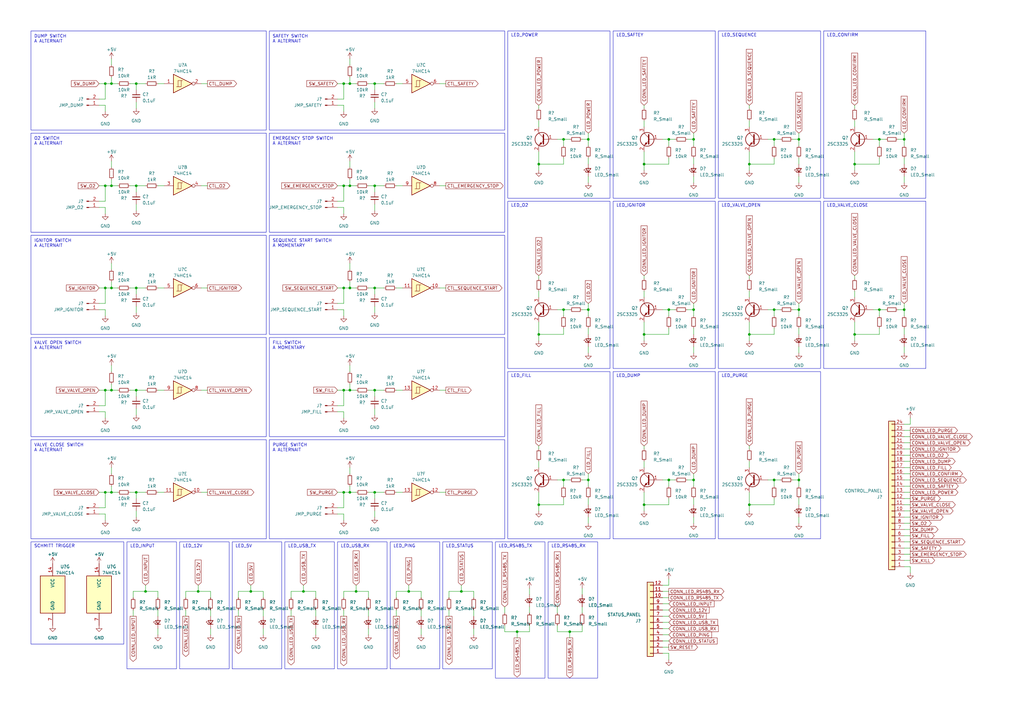
<source format=kicad_sch>
(kicad_sch (version 20230121) (generator eeschema)
  (paper "A3")
  (junction (at 274.32 127))
  (junction (at 45.72 201.93))
  (junction (at 45.72 76.2))
  (junction (at 140.97 34.29))
  (junction (at 212.09 259.08))
  (junction (at 264.16 67.31))
  (junction (at 317.5 196.85))
  (junction (at 102.87 242.57))
  (junction (at 350.52 137.16))
  (junction (at 327.66 57.15))
  (junction (at 264.16 137.16))
  (junction (at 370.84 127))
  (junction (at 327.66 196.85))
  (junction (at 153.67 118.11))
  (junction (at 241.3 127))
  (junction (at 360.68 127))
  (junction (at 307.34 67.31))
  (junction (at 231.14 57.15))
  (junction (at 140.97 160.02))
  (junction (at 317.5 57.15))
  (junction (at 274.32 196.85))
  (junction (at 284.48 57.15))
  (junction (at 167.64 242.57))
  (junction (at 140.97 201.93))
  (junction (at 143.51 160.02))
  (junction (at 220.98 137.16))
  (junction (at 55.88 34.29))
  (junction (at 370.84 57.15))
  (junction (at 153.67 201.93))
  (junction (at 284.48 196.85))
  (junction (at 360.68 57.15))
  (junction (at 55.88 76.2))
  (junction (at 140.97 76.2))
  (junction (at 45.72 34.29))
  (junction (at 55.88 160.02))
  (junction (at 231.14 127))
  (junction (at 350.52 67.31))
  (junction (at 274.32 57.15))
  (junction (at 43.18 118.11))
  (junction (at 264.16 207.01))
  (junction (at 43.18 76.2))
  (junction (at 45.72 118.11))
  (junction (at 81.28 242.57))
  (junction (at 43.18 160.02))
  (junction (at 220.98 207.01))
  (junction (at 241.3 196.85))
  (junction (at 153.67 76.2))
  (junction (at 55.88 201.93))
  (junction (at 233.68 259.08))
  (junction (at 43.18 34.29))
  (junction (at 146.05 242.57))
  (junction (at 143.51 118.11))
  (junction (at 284.48 127))
  (junction (at 241.3 57.15))
  (junction (at 143.51 34.29))
  (junction (at 143.51 76.2))
  (junction (at 307.34 207.01))
  (junction (at 43.18 201.93))
  (junction (at 327.66 127))
  (junction (at 220.98 67.31))
  (junction (at 143.51 201.93))
  (junction (at 45.72 160.02))
  (junction (at 140.97 118.11))
  (junction (at 124.46 242.57))
  (junction (at 153.67 160.02))
  (junction (at 307.34 137.16))
  (junction (at 317.5 127))
  (junction (at 59.69 242.57))
  (junction (at 55.88 118.11))
  (junction (at 189.23 242.57))
  (junction (at 153.67 34.29))
  (junction (at 231.14 196.85))
  (wire (pts (xy 153.67 76.2) (xy 157.48 76.2)))
  (wire (pts (xy 64.77 201.93) (xy 67.31 201.93)))
  (wire (pts (xy 55.88 41.91) (xy 55.88 44.45)))
  (wire (pts (xy 220.98 137.16) (xy 220.98 132.08)))
  (wire (pts (xy 233.68 259.08) (xy 233.68 261.62)))
  (wire (pts (xy 43.18 76.2) (xy 45.72 76.2)))
  (wire (pts (xy 64.77 76.2) (xy 67.31 76.2)))
  (wire (pts (xy 220.98 43.18) (xy 220.98 44.45)))
  (wire (pts (xy 350.52 69.85) (xy 350.52 67.31)))
  (wire (pts (xy 140.97 245.11) (xy 140.97 242.57)))
  (wire (pts (xy 327.66 196.85) (xy 327.66 199.39)))
  (wire (pts (xy 45.72 76.2) (xy 48.26 76.2)))
  (wire (pts (xy 274.32 267.97) (xy 271.78 267.97)))
  (wire (pts (xy 317.5 137.16) (xy 307.34 137.16)))
  (wire (pts (xy 228.6 248.92) (xy 228.6 251.46)))
  (wire (pts (xy 86.36 242.57) (xy 81.28 242.57)))
  (wire (pts (xy 138.43 85.09) (xy 140.97 85.09)))
  (wire (pts (xy 274.32 134.62) (xy 274.32 137.16)))
  (wire (pts (xy 327.66 57.15) (xy 325.12 57.15)))
  (wire (pts (xy 274.32 137.16) (xy 264.16 137.16)))
  (wire (pts (xy 373.38 171.45) (xy 373.38 173.99)))
  (wire (pts (xy 264.16 69.85) (xy 264.16 67.31)))
  (wire (pts (xy 64.77 245.11) (xy 64.77 242.57)))
  (wire (pts (xy 167.64 240.03) (xy 167.64 242.57)))
  (wire (pts (xy 373.38 214.63) (xy 370.84 214.63)))
  (wire (pts (xy 138.43 34.29) (xy 140.97 34.29)))
  (wire (pts (xy 264.16 139.7) (xy 264.16 137.16)))
  (wire (pts (xy 53.34 160.02) (xy 55.88 160.02)))
  (wire (pts (xy 228.6 259.08) (xy 233.68 259.08)))
  (wire (pts (xy 274.32 270.51) (xy 274.32 267.97)))
  (wire (pts (xy 233.68 259.08) (xy 238.76 259.08)))
  (wire (pts (xy 194.31 242.57) (xy 189.23 242.57)))
  (wire (pts (xy 373.38 204.47) (xy 370.84 204.47)))
  (wire (pts (xy 146.05 240.03) (xy 146.05 242.57)))
  (wire (pts (xy 327.66 57.15) (xy 327.66 59.69)))
  (wire (pts (xy 373.38 181.61) (xy 370.84 181.61)))
  (wire (pts (xy 370.84 54.61) (xy 370.84 57.15)))
  (wire (pts (xy 153.67 209.55) (xy 153.67 212.09)))
  (wire (pts (xy 45.72 157.48) (xy 45.72 160.02)))
  (wire (pts (xy 162.56 76.2) (xy 165.1 76.2)))
  (wire (pts (xy 241.3 196.85) (xy 238.76 196.85)))
  (wire (pts (xy 264.16 182.88) (xy 264.16 184.15)))
  (wire (pts (xy 140.97 129.54) (xy 140.97 127)))
  (wire (pts (xy 40.64 43.18) (xy 43.18 43.18)))
  (wire (pts (xy 140.97 82.55) (xy 140.97 76.2)))
  (wire (pts (xy 151.13 242.57) (xy 146.05 242.57)))
  (wire (pts (xy 284.48 196.85) (xy 284.48 199.39)))
  (wire (pts (xy 241.3 54.61) (xy 241.3 57.15)))
  (wire (pts (xy 317.5 127) (xy 314.96 127)))
  (wire (pts (xy 317.5 204.47) (xy 317.5 207.01)))
  (wire (pts (xy 373.38 209.55) (xy 370.84 209.55)))
  (wire (pts (xy 373.38 194.31) (xy 370.84 194.31)))
  (wire (pts (xy 64.77 250.19) (xy 64.77 252.73)))
  (wire (pts (xy 274.32 260.35) (xy 271.78 260.35)))
  (wire (pts (xy 231.14 204.47) (xy 231.14 207.01)))
  (wire (pts (xy 45.72 31.75) (xy 45.72 34.29)))
  (wire (pts (xy 140.97 201.93) (xy 143.51 201.93)))
  (wire (pts (xy 274.32 262.89) (xy 271.78 262.89)))
  (wire (pts (xy 40.64 124.46) (xy 43.18 124.46)))
  (wire (pts (xy 373.38 234.95) (xy 373.38 232.41)))
  (wire (pts (xy 317.5 57.15) (xy 314.96 57.15)))
  (wire (pts (xy 264.16 67.31) (xy 264.16 62.23)))
  (wire (pts (xy 373.38 186.69) (xy 370.84 186.69)))
  (wire (pts (xy 102.87 242.57) (xy 97.79 242.57)))
  (wire (pts (xy 129.54 260.35) (xy 129.54 257.81)))
  (wire (pts (xy 40.64 160.02) (xy 43.18 160.02)))
  (wire (pts (xy 86.36 245.11) (xy 86.36 242.57)))
  (wire (pts (xy 360.68 129.54) (xy 360.68 127)))
  (wire (pts (xy 360.68 134.62) (xy 360.68 137.16)))
  (wire (pts (xy 212.09 259.08) (xy 212.09 261.62)))
  (wire (pts (xy 162.56 252.73) (xy 162.56 250.19)))
  (wire (pts (xy 189.23 240.03) (xy 189.23 242.57)))
  (wire (pts (xy 76.2 252.73) (xy 76.2 250.19)))
  (wire (pts (xy 264.16 113.03) (xy 264.16 114.3)))
  (wire (pts (xy 238.76 241.3) (xy 238.76 243.84)))
  (wire (pts (xy 102.87 240.03) (xy 102.87 242.57)))
  (wire (pts (xy 360.68 67.31) (xy 350.52 67.31)))
  (wire (pts (xy 82.55 201.93) (xy 85.09 201.93)))
  (wire (pts (xy 124.46 242.57) (xy 119.38 242.57)))
  (wire (pts (xy 284.48 54.61) (xy 284.48 57.15)))
  (wire (pts (xy 370.84 64.77) (xy 370.84 67.31)))
  (wire (pts (xy 241.3 134.62) (xy 241.3 137.16)))
  (wire (pts (xy 151.13 160.02) (xy 153.67 160.02)))
  (wire (pts (xy 40.64 210.82) (xy 43.18 210.82)))
  (wire (pts (xy 140.97 160.02) (xy 143.51 160.02)))
  (wire (pts (xy 220.98 182.88) (xy 220.98 184.15)))
  (wire (pts (xy 124.46 240.03) (xy 124.46 242.57)))
  (wire (pts (xy 307.34 209.55) (xy 307.34 207.01)))
  (wire (pts (xy 327.66 127) (xy 325.12 127)))
  (wire (pts (xy 151.13 34.29) (xy 153.67 34.29)))
  (wire (pts (xy 241.3 64.77) (xy 241.3 67.31)))
  (wire (pts (xy 59.69 240.03) (xy 59.69 242.57)))
  (wire (pts (xy 143.51 157.48) (xy 143.51 160.02)))
  (wire (pts (xy 231.14 196.85) (xy 228.6 196.85)))
  (wire (pts (xy 151.13 201.93) (xy 153.67 201.93)))
  (wire (pts (xy 327.66 212.09) (xy 327.66 214.63)))
  (wire (pts (xy 284.48 57.15) (xy 281.94 57.15)))
  (wire (pts (xy 107.95 250.19) (xy 107.95 252.73)))
  (wire (pts (xy 220.98 67.31) (xy 220.98 62.23)))
  (wire (pts (xy 76.2 245.11) (xy 76.2 242.57)))
  (wire (pts (xy 143.51 191.77) (xy 143.51 194.31)))
  (wire (pts (xy 153.67 41.91) (xy 153.67 44.45)))
  (wire (pts (xy 231.14 127) (xy 228.6 127)))
  (wire (pts (xy 274.32 252.73) (xy 271.78 252.73)))
  (wire (pts (xy 317.5 207.01) (xy 307.34 207.01)))
  (wire (pts (xy 172.72 250.19) (xy 172.72 252.73)))
  (wire (pts (xy 220.98 113.03) (xy 220.98 114.3)))
  (wire (pts (xy 373.38 184.15) (xy 370.84 184.15)))
  (wire (pts (xy 373.38 229.87) (xy 370.84 229.87)))
  (wire (pts (xy 274.32 250.19) (xy 271.78 250.19)))
  (wire (pts (xy 274.32 257.81) (xy 271.78 257.81)))
  (wire (pts (xy 129.54 242.57) (xy 124.46 242.57)))
  (wire (pts (xy 82.55 34.29) (xy 85.09 34.29)))
  (wire (pts (xy 327.66 196.85) (xy 325.12 196.85)))
  (wire (pts (xy 45.72 191.77) (xy 45.72 194.31)))
  (wire (pts (xy 231.14 196.85) (xy 233.68 196.85)))
  (wire (pts (xy 55.88 118.11) (xy 59.69 118.11)))
  (wire (pts (xy 317.5 199.39) (xy 317.5 196.85)))
  (wire (pts (xy 153.67 76.2) (xy 153.67 78.74)))
  (wire (pts (xy 129.54 245.11) (xy 129.54 242.57)))
  (wire (pts (xy 45.72 66.04) (xy 45.72 68.58)))
  (wire (pts (xy 40.64 166.37) (xy 43.18 166.37)))
  (wire (pts (xy 59.69 242.57) (xy 54.61 242.57)))
  (wire (pts (xy 373.38 227.33) (xy 370.84 227.33)))
  (wire (pts (xy 350.52 137.16) (xy 350.52 132.08)))
  (wire (pts (xy 317.5 127) (xy 320.04 127)))
  (wire (pts (xy 64.77 242.57) (xy 59.69 242.57)))
  (wire (pts (xy 284.48 204.47) (xy 284.48 207.01)))
  (wire (pts (xy 119.38 252.73) (xy 119.38 250.19)))
  (wire (pts (xy 217.17 241.3) (xy 217.17 243.84)))
  (wire (pts (xy 43.18 129.54) (xy 43.18 127)))
  (wire (pts (xy 43.18 124.46) (xy 43.18 118.11)))
  (wire (pts (xy 40.64 85.09) (xy 43.18 85.09)))
  (wire (pts (xy 140.97 252.73) (xy 140.97 250.19)))
  (wire (pts (xy 82.55 160.02) (xy 85.09 160.02)))
  (wire (pts (xy 274.32 127) (xy 271.78 127)))
  (wire (pts (xy 217.17 259.08) (xy 217.17 256.54)))
  (wire (pts (xy 274.32 196.85) (xy 276.86 196.85)))
  (wire (pts (xy 264.16 209.55) (xy 264.16 207.01)))
  (wire (pts (xy 284.48 196.85) (xy 281.94 196.85)))
  (wire (pts (xy 370.84 134.62) (xy 370.84 137.16)))
  (wire (pts (xy 373.38 199.39) (xy 370.84 199.39)))
  (wire (pts (xy 151.13 76.2) (xy 153.67 76.2)))
  (wire (pts (xy 53.34 118.11) (xy 55.88 118.11)))
  (wire (pts (xy 162.56 245.11) (xy 162.56 242.57)))
  (wire (pts (xy 55.88 34.29) (xy 55.88 36.83)))
  (wire (pts (xy 140.97 76.2) (xy 143.51 76.2)))
  (wire (pts (xy 151.13 245.11) (xy 151.13 242.57)))
  (wire (pts (xy 317.5 64.77) (xy 317.5 67.31)))
  (wire (pts (xy 231.14 57.15) (xy 233.68 57.15)))
  (wire (pts (xy 350.52 43.18) (xy 350.52 44.45)))
  (wire (pts (xy 64.77 160.02) (xy 67.31 160.02)))
  (wire (pts (xy 153.67 160.02) (xy 157.48 160.02)))
  (wire (pts (xy 274.32 240.03) (xy 271.78 240.03)))
  (wire (pts (xy 43.18 201.93) (xy 45.72 201.93)))
  (wire (pts (xy 274.32 199.39) (xy 274.32 196.85)))
  (wire (pts (xy 373.38 217.17) (xy 370.84 217.17)))
  (wire (pts (xy 241.3 194.31) (xy 241.3 196.85)))
  (wire (pts (xy 264.16 43.18) (xy 264.16 44.45)))
  (wire (pts (xy 138.43 82.55) (xy 140.97 82.55)))
  (wire (pts (xy 172.72 260.35) (xy 172.72 257.81)))
  (wire (pts (xy 231.14 67.31) (xy 220.98 67.31)))
  (wire (pts (xy 82.55 76.2) (xy 85.09 76.2)))
  (wire (pts (xy 317.5 59.69) (xy 317.5 57.15)))
  (wire (pts (xy 143.51 76.2) (xy 146.05 76.2)))
  (wire (pts (xy 138.43 118.11) (xy 140.97 118.11)))
  (wire (pts (xy 40.64 201.93) (xy 43.18 201.93)))
  (wire (pts (xy 86.36 250.19) (xy 86.36 252.73)))
  (wire (pts (xy 119.38 245.11) (xy 119.38 242.57)))
  (wire (pts (xy 55.88 76.2) (xy 59.69 76.2)))
  (wire (pts (xy 327.66 64.77) (xy 327.66 67.31)))
  (wire (pts (xy 284.48 194.31) (xy 284.48 196.85)))
  (wire (pts (xy 264.16 119.38) (xy 264.16 121.92)))
  (wire (pts (xy 140.97 45.72) (xy 140.97 43.18)))
  (wire (pts (xy 307.34 137.16) (xy 307.34 132.08)))
  (wire (pts (xy 370.84 173.99) (xy 373.38 173.99)))
  (wire (pts (xy 162.56 201.93) (xy 165.1 201.93)))
  (wire (pts (xy 207.01 259.08) (xy 212.09 259.08)))
  (wire (pts (xy 138.43 210.82) (xy 140.97 210.82)))
  (wire (pts (xy 307.34 207.01) (xy 307.34 201.93)))
  (wire (pts (xy 97.79 252.73) (xy 97.79 250.19)))
  (wire (pts (xy 167.64 242.57) (xy 162.56 242.57)))
  (wire (pts (xy 231.14 207.01) (xy 220.98 207.01)))
  (wire (pts (xy 153.67 201.93) (xy 153.67 204.47)))
  (wire (pts (xy 207.01 256.54) (xy 207.01 259.08)))
  (wire (pts (xy 55.88 83.82) (xy 55.88 86.36)))
  (wire (pts (xy 264.16 207.01) (xy 264.16 201.93)))
  (wire (pts (xy 45.72 199.39) (xy 45.72 201.93)))
  (wire (pts (xy 370.84 124.46) (xy 370.84 127)))
  (wire (pts (xy 317.5 67.31) (xy 307.34 67.31)))
  (wire (pts (xy 140.97 118.11) (xy 143.51 118.11)))
  (wire (pts (xy 284.48 64.77) (xy 284.48 67.31)))
  (wire (pts (xy 153.67 118.11) (xy 157.48 118.11)))
  (wire (pts (xy 64.77 118.11) (xy 67.31 118.11)))
  (wire (pts (xy 220.98 49.53) (xy 220.98 52.07)))
  (wire (pts (xy 138.43 208.28) (xy 140.97 208.28)))
  (wire (pts (xy 307.34 139.7) (xy 307.34 137.16)))
  (wire (pts (xy 180.34 76.2) (xy 182.88 76.2)))
  (wire (pts (xy 284.48 72.39) (xy 284.48 74.93)))
  (wire (pts (xy 55.88 167.64) (xy 55.88 170.18)))
  (wire (pts (xy 146.05 242.57) (xy 140.97 242.57)))
  (wire (pts (xy 284.48 124.46) (xy 284.48 127)))
  (wire (pts (xy 43.18 118.11) (xy 45.72 118.11)))
  (wire (pts (xy 360.68 64.77) (xy 360.68 67.31)))
  (wire (pts (xy 138.43 166.37) (xy 140.97 166.37)))
  (wire (pts (xy 307.34 113.03) (xy 307.34 114.3)))
  (wire (pts (xy 172.72 245.11) (xy 172.72 242.57)))
  (wire (pts (xy 153.67 34.29) (xy 157.48 34.29)))
  (wire (pts (xy 81.28 240.03) (xy 81.28 242.57)))
  (wire (pts (xy 220.98 69.85) (xy 220.98 67.31)))
  (wire (pts (xy 307.34 189.23) (xy 307.34 191.77)))
  (wire (pts (xy 284.48 134.62) (xy 284.48 137.16)))
  (wire (pts (xy 151.13 260.35) (xy 151.13 257.81)))
  (wire (pts (xy 264.16 49.53) (xy 264.16 52.07)))
  (wire (pts (xy 220.98 207.01) (xy 220.98 201.93)))
  (wire (pts (xy 53.34 76.2) (xy 55.88 76.2)))
  (wire (pts (xy 327.66 72.39) (xy 327.66 74.93)))
  (wire (pts (xy 143.51 107.95) (xy 143.51 110.49)))
  (wire (pts (xy 194.31 250.19) (xy 194.31 252.73)))
  (wire (pts (xy 327.66 204.47) (xy 327.66 207.01)))
  (wire (pts (xy 284.48 127) (xy 284.48 129.54)))
  (wire (pts (xy 373.38 224.79) (xy 370.84 224.79)))
  (wire (pts (xy 350.52 67.31) (xy 350.52 62.23)))
  (wire (pts (xy 327.66 142.24) (xy 327.66 144.78)))
  (wire (pts (xy 274.32 237.49) (xy 274.32 240.03)))
  (wire (pts (xy 231.14 64.77) (xy 231.14 67.31)))
  (wire (pts (xy 360.68 127) (xy 363.22 127)))
  (wire (pts (xy 43.18 208.28) (xy 43.18 201.93)))
  (wire (pts (xy 274.32 247.65) (xy 271.78 247.65)))
  (wire (pts (xy 360.68 137.16) (xy 350.52 137.16)))
  (wire (pts (xy 360.68 57.15) (xy 358.14 57.15)))
  (wire (pts (xy 45.72 118.11) (xy 48.26 118.11)))
  (wire (pts (xy 140.97 208.28) (xy 140.97 201.93)))
  (wire (pts (xy 370.84 127) (xy 368.3 127)))
  (wire (pts (xy 307.34 49.53) (xy 307.34 52.07)))
  (wire (pts (xy 274.32 207.01) (xy 264.16 207.01)))
  (wire (pts (xy 45.72 115.57) (xy 45.72 118.11)))
  (wire (pts (xy 317.5 129.54) (xy 317.5 127)))
  (wire (pts (xy 284.48 142.24) (xy 284.48 144.78)))
  (wire (pts (xy 140.97 166.37) (xy 140.97 160.02)))
  (wire (pts (xy 138.43 40.64) (xy 140.97 40.64)))
  (wire (pts (xy 43.18 213.36) (xy 43.18 210.82)))
  (wire (pts (xy 264.16 137.16) (xy 264.16 132.08)))
  (wire (pts (xy 45.72 201.93) (xy 48.26 201.93)))
  (wire (pts (xy 231.14 129.54) (xy 231.14 127)))
  (wire (pts (xy 241.3 127) (xy 241.3 129.54)))
  (wire (pts (xy 107.95 260.35) (xy 107.95 257.81)))
  (wire (pts (xy 373.38 219.71) (xy 370.84 219.71)))
  (wire (pts (xy 151.13 118.11) (xy 153.67 118.11)))
  (wire (pts (xy 153.67 167.64) (xy 153.67 170.18)))
  (wire (pts (xy 54.61 245.11) (xy 54.61 242.57)))
  (wire (pts (xy 373.38 196.85) (xy 370.84 196.85)))
  (wire (pts (xy 55.88 125.73) (xy 55.88 128.27)))
  (wire (pts (xy 274.32 129.54) (xy 274.32 127)))
  (wire (pts (xy 220.98 209.55) (xy 220.98 207.01)))
  (wire (pts (xy 241.3 142.24) (xy 241.3 144.78)))
  (wire (pts (xy 40.64 76.2) (xy 43.18 76.2)))
  (wire (pts (xy 55.88 201.93) (xy 55.88 204.47)))
  (wire (pts (xy 350.52 119.38) (xy 350.52 121.92)))
  (wire (pts (xy 220.98 189.23) (xy 220.98 191.77)))
  (wire (pts (xy 82.55 118.11) (xy 85.09 118.11)))
  (wire (pts (xy 97.79 245.11) (xy 97.79 242.57)))
  (wire (pts (xy 140.97 213.36) (xy 140.97 210.82)))
  (wire (pts (xy 180.34 34.29) (xy 182.88 34.29)))
  (wire (pts (xy 162.56 160.02) (xy 165.1 160.02)))
  (wire (pts (xy 241.3 127) (xy 238.76 127)))
  (wire (pts (xy 45.72 149.86) (xy 45.72 152.4)))
  (wire (pts (xy 241.3 212.09) (xy 241.3 214.63)))
  (wire (pts (xy 143.51 160.02) (xy 146.05 160.02)))
  (wire (pts (xy 241.3 57.15) (xy 238.76 57.15)))
  (wire (pts (xy 284.48 57.15) (xy 284.48 59.69)))
  (wire (pts (xy 370.84 57.15) (xy 370.84 59.69)))
  (wire (pts (xy 43.18 166.37) (xy 43.18 160.02)))
  (wire (pts (xy 138.43 76.2) (xy 140.97 76.2)))
  (wire (pts (xy 189.23 242.57) (xy 184.15 242.57)))
  (wire (pts (xy 180.34 201.93) (xy 182.88 201.93)))
  (wire (pts (xy 350.52 113.03) (xy 350.52 114.3)))
  (wire (pts (xy 138.43 160.02) (xy 140.97 160.02)))
  (wire (pts (xy 54.61 252.73) (xy 54.61 250.19)))
  (wire (pts (xy 45.72 107.95) (xy 45.72 110.49)))
  (wire (pts (xy 274.32 59.69) (xy 274.32 57.15)))
  (wire (pts (xy 212.09 259.08) (xy 217.17 259.08)))
  (wire (pts (xy 138.43 127) (xy 140.97 127)))
  (wire (pts (xy 162.56 34.29) (xy 165.1 34.29)))
  (wire (pts (xy 194.31 260.35) (xy 194.31 257.81)))
  (wire (pts (xy 373.38 191.77) (xy 370.84 191.77)))
  (wire (pts (xy 327.66 127) (xy 327.66 129.54)))
  (wire (pts (xy 274.32 57.15) (xy 276.86 57.15)))
  (wire (pts (xy 40.64 118.11) (xy 43.18 118.11)))
  (wire (pts (xy 373.38 212.09) (xy 370.84 212.09)))
  (wire (pts (xy 43.18 45.72) (xy 43.18 43.18)))
  (wire (pts (xy 55.88 160.02) (xy 59.69 160.02)))
  (wire (pts (xy 360.68 127) (xy 358.14 127)))
  (wire (pts (xy 140.97 124.46) (xy 140.97 118.11)))
  (wire (pts (xy 40.64 40.64) (xy 43.18 40.64)))
  (wire (pts (xy 373.38 232.41) (xy 370.84 232.41)))
  (wire (pts (xy 231.14 59.69) (xy 231.14 57.15)))
  (wire (pts (xy 45.72 24.13) (xy 45.72 26.67)))
  (wire (pts (xy 143.51 34.29) (xy 146.05 34.29)))
  (wire (pts (xy 140.97 40.64) (xy 140.97 34.29)))
  (wire (pts (xy 138.43 43.18) (xy 140.97 43.18)))
  (wire (pts (xy 138.43 201.93) (xy 140.97 201.93)))
  (wire (pts (xy 107.95 245.11) (xy 107.95 242.57)))
  (wire (pts (xy 140.97 87.63) (xy 140.97 85.09)))
  (wire (pts (xy 264.16 189.23) (xy 264.16 191.77)))
  (wire (pts (xy 231.14 137.16) (xy 220.98 137.16)))
  (wire (pts (xy 45.72 160.02) (xy 48.26 160.02)))
  (wire (pts (xy 373.38 179.07) (xy 370.84 179.07)))
  (wire (pts (xy 55.88 201.93) (xy 59.69 201.93)))
  (wire (pts (xy 53.34 201.93) (xy 55.88 201.93)))
  (wire (pts (xy 184.15 252.73) (xy 184.15 250.19)))
  (wire (pts (xy 143.51 24.13) (xy 143.51 26.67)))
  (wire (pts (xy 55.88 76.2) (xy 55.88 78.74)))
  (wire (pts (xy 307.34 182.88) (xy 307.34 184.15)))
  (wire (pts (xy 241.3 57.15) (xy 241.3 59.69)))
  (wire (pts (xy 274.32 196.85) (xy 271.78 196.85)))
  (wire (pts (xy 143.51 118.11) (xy 146.05 118.11)))
  (wire (pts (xy 43.18 40.64) (xy 43.18 34.29)))
  (wire (pts (xy 40.64 34.29) (xy 43.18 34.29)))
  (wire (pts (xy 143.51 73.66) (xy 143.51 76.2)))
  (wire (pts (xy 238.76 259.08) (xy 238.76 256.54)))
  (wire (pts (xy 317.5 196.85) (xy 314.96 196.85)))
  (wire (pts (xy 327.66 194.31) (xy 327.66 196.85)))
  (wire (pts (xy 274.32 242.57) (xy 271.78 242.57)))
  (wire (pts (xy 370.84 57.15) (xy 368.3 57.15)))
  (wire (pts (xy 307.34 119.38) (xy 307.34 121.92)))
  (wire (pts (xy 373.38 189.23) (xy 370.84 189.23)))
  (wire (pts (xy 143.51 115.57) (xy 143.51 118.11)))
  (wire (pts (xy 373.38 176.53) (xy 370.84 176.53)))
  (wire (pts (xy 153.67 125.73) (xy 153.67 128.27)))
  (wire (pts (xy 231.14 127) (xy 233.68 127)))
  (wire (pts (xy 360.68 57.15) (xy 363.22 57.15)))
  (wire (pts (xy 86.36 260.35) (xy 86.36 257.81)))
  (wire (pts (xy 241.3 72.39) (xy 241.3 74.93)))
  (wire (pts (xy 153.67 34.29) (xy 153.67 36.83)))
  (wire (pts (xy 43.18 171.45) (xy 43.18 168.91)))
  (wire (pts (xy 45.72 73.66) (xy 45.72 76.2)))
  (wire (pts (xy 55.88 118.11) (xy 55.88 120.65)))
  (wire (pts (xy 307.34 43.18) (xy 307.34 44.45)))
  (wire (pts (xy 140.97 171.45) (xy 140.97 168.91)))
  (wire (pts (xy 317.5 134.62) (xy 317.5 137.16)))
  (wire (pts (xy 241.3 124.46) (xy 241.3 127)))
  (wire (pts (xy 274.32 204.47) (xy 274.32 207.01)))
  (wire (pts (xy 274.32 265.43) (xy 271.78 265.43)))
  (wire (pts (xy 274.32 127) (xy 276.86 127)))
  (wire (pts (xy 153.67 83.82) (xy 153.67 86.36)))
  (wire (pts (xy 143.51 31.75) (xy 143.51 34.29)))
  (wire (pts (xy 241.3 204.47) (xy 241.3 207.01)))
  (wire (pts (xy 360.68 59.69) (xy 360.68 57.15)))
  (wire (pts (xy 143.51 199.39) (xy 143.51 201.93)))
  (wire (pts (xy 307.34 69.85) (xy 307.34 67.31)))
  (wire (pts (xy 40.64 168.91) (xy 43.18 168.91)))
  (wire (pts (xy 194.31 245.11) (xy 194.31 242.57)))
  (wire (pts (xy 53.34 34.29) (xy 55.88 34.29)))
  (wire (pts (xy 307.34 67.31) (xy 307.34 62.23)))
  (wire (pts (xy 107.95 242.57) (xy 102.87 242.57)))
  (wire (pts (xy 81.28 242.57) (xy 76.2 242.57)))
  (wire (pts (xy 327.66 124.46) (xy 327.66 127)))
  (wire (pts (xy 184.15 245.11) (xy 184.15 242.57)))
  (wire (pts (xy 317.5 196.85) (xy 320.04 196.85)))
  (wire (pts (xy 350.52 49.53) (xy 350.52 52.07)))
  (wire (pts (xy 64.77 34.29) (xy 67.31 34.29)))
  (wire (pts (xy 180.34 118.11) (xy 182.88 118.11)))
  (wire (pts (xy 180.34 160.02) (xy 182.88 160.02)))
  (wire (pts (xy 140.97 34.29) (xy 143.51 34.29)))
  (wire (pts (xy 40.64 208.28) (xy 43.18 208.28)))
  (wire (pts (xy 220.98 119.38) (xy 220.98 121.92)))
  (wire (pts (xy 129.54 250.19) (xy 129.54 252.73)))
  (wire (pts (xy 284.48 212.09) (xy 284.48 214.63)))
  (wire (pts (xy 241.3 196.85) (xy 241.3 199.39)))
  (wire (pts (xy 274.32 245.11) (xy 271.78 245.11)))
  (wire (pts (xy 153.67 160.02) (xy 153.67 162.56)))
  (wire (pts (xy 153.67 118.11) (xy 153.67 120.65)))
  (wire (pts (xy 217.17 248.92) (xy 217.17 251.46)))
  (wire (pts (xy 162.56 118.11) (xy 165.1 118.11)))
  (wire (pts (xy 153.67 201.93) (xy 157.48 201.93)))
  (wire (pts (xy 40.64 82.55) (xy 43.18 82.55)))
  (wire (pts (xy 55.88 34.29) (xy 59.69 34.29)))
  (wire (pts (xy 373.38 207.01) (xy 370.84 207.01)))
  (wire (pts (xy 172.72 242.57) (xy 167.64 242.57)))
  (wire (pts (xy 373.38 201.93) (xy 370.84 201.93)))
  (wire (pts (xy 284.48 127) (xy 281.94 127)))
  (wire (pts (xy 370.84 142.24) (xy 370.84 144.78)))
  (wire (pts (xy 143.51 66.04) (xy 143.51 68.58)))
  (wire (pts (xy 55.88 209.55) (xy 55.88 212.09)))
  (wire (pts (xy 327.66 54.61) (xy 327.66 57.15)))
  (wire (pts (xy 43.18 87.63) (xy 43.18 85.09)))
  (wire (pts (xy 43.18 34.29) (xy 45.72 34.29)))
  (wire (pts (xy 40.64 127) (xy 43.18 127)))
  (wire (pts (xy 274.32 255.27) (xy 271.78 255.27)))
  (wire (pts (xy 64.77 260.35) (xy 64.77 257.81)))
  (wire (pts (xy 43.18 160.02) (xy 45.72 160.02)))
  (wire (pts (xy 207.01 248.92) (xy 207.01 251.46)))
  (wire (pts (xy 231.14 199.39) (xy 231.14 196.85)))
  (wire (pts (xy 327.66 134.62) (xy 327.66 137.16)))
  (wire (pts (xy 138.43 124.46) (xy 140.97 124.46)))
  (wire (pts (xy 220.98 139.7) (xy 220.98 137.16)))
  (wire (pts (xy 228.6 256.54) (xy 228.6 259.08)))
  (wire (pts (xy 231.14 57.15) (xy 228.6 57.15)))
  (wire (pts (xy 274.32 67.31) (xy 264.16 67.31)))
  (wire (pts (xy 138.43 168.91) (xy 140.97 168.91)))
  (wire (pts (xy 274.32 64.77) (xy 274.32 67.31)))
  (wire (pts (xy 231.14 134.62) (xy 231.14 137.16)))
  (wire (pts (xy 373.38 222.25) (xy 370.84 222.25)))
  (wire (pts (xy 350.52 139.7) (xy 350.52 137.16)))
  (wire (pts (xy 45.72 34.29) (xy 48.26 34.29)))
  (wire (pts (xy 274.32 57.15) (xy 271.78 57.15)))
  (wire (pts (xy 143.51 201.93) (xy 146.05 201.93)))
  (wire (pts (xy 317.5 57.15) (xy 320.04 57.15)))
  (wire (pts (xy 143.51 149.86) (xy 143.51 152.4)))
  (wire (pts (xy 370.84 127) (xy 370.84 129.54)))
  (wire (pts (xy 55.88 160.02) (xy 55.88 162.56)))
  (wire (pts (xy 43.18 82.55) (xy 43.18 76.2)))
  (wire (pts (xy 370.84 72.39) (xy 370.84 74.93)))
  (wire (pts (xy 151.13 250.19) (xy 151.13 252.73)))
  (wire (pts (xy 238.76 248.92) (xy 238.76 251.46)))
  (rectangle (start 337.82 12.7) (end 379.73 81.28))
  (rectangle (start 95.25 222.25) (end 115.57 274.32))
  (rectangle (start 116.84 222.25) (end 137.16 274.32))
  (rectangle (start 208.28 82.55) (end 250.19 151.13))
  (rectangle (start 110.49 12.7) (end 207.01 53.34))
  (rectangle (start 12.7 96.52) (end 109.22 137.16))
  (rectangle (start 251.46 12.7) (end 293.37 81.28))
  (rectangle (start 160.02 222.25) (end 180.34 274.32))
  (rectangle (start 110.49 138.43) (end 207.01 179.07))
  (rectangle (start 294.64 152.4) (end 336.55 220.98))
  (rectangle (start 12.7 54.61) (end 109.22 95.25))
  (rectangle (start 203.2 222.25) (end 223.52 278.13))
  (rectangle (start 73.66 222.25) (end 93.98 274.32))
  (rectangle (start 181.61 222.25) (end 201.93 274.32))
  (rectangle (start 12.7 12.7) (end 109.22 53.34))
  (rectangle (start 208.28 12.7) (end 250.19 81.28))
  (rectangle (start 251.46 152.4) (end 293.37 220.98))
  (rectangle (start 12.7 222.25) (end 50.8 264.16))
  (rectangle (start 12.7 180.34) (end 109.22 220.98))
  (rectangle (start 110.49 180.34) (end 207.01 220.98))
  (rectangle (start 294.64 82.55) (end 336.55 151.13))
  (rectangle (start 12.7 138.43) (end 109.22 179.07))
  (rectangle (start 337.82 82.55) (end 379.73 151.13))
  (rectangle (start 138.43 222.25) (end 158.75 274.32))
  (rectangle (start 224.79 222.25) (end 245.11 278.13))
  (rectangle (start 52.07 222.25) (end 72.39 274.32))
  (rectangle (start 251.46 82.55) (end 293.37 151.13))
  (rectangle (start 208.28 152.4) (end 250.19 220.98))
  (rectangle (start 294.64 12.7) (end 336.55 81.28))
  (rectangle (start 110.49 96.52) (end 207.01 137.16))
  (rectangle (start 110.49 54.61) (end 207.01 95.25))
  (text "LED_PURGE" (at 295.91 154.94 0) (effects (font (size 1.27 1.27)) (justify left bottom)))
  (text "FILL SWITCH\nA MOMENTARY" (at 111.76 143.51 0) (effects (font (size 1.27 1.27)) (justify left bottom)))
  (text "EMERGENCY STOP SWITCH\nA ALTERNAIT" (at 111.76 59.69 0) (effects (font (size 1.27 1.27)) (justify left bottom)))
  (text "LED_DUMP" (at 252.73 154.94 0) (effects (font (size 1.27 1.27)) (justify left bottom)))
  (text "LED_INPUT" (at 53.34 224.79 0) (effects (font (size 1.27 1.27)) (justify left bottom)))
  (text "LED_VALVE_OPEN" (at 295.91 85.09 0) (effects (font (size 1.27 1.27)) (justify left bottom)))
  (text "LED_5V" (at 96.52 224.79 0) (effects (font (size 1.27 1.27)) (justify left bottom)))
  (text "LED_RS485_RX" (at 226.06 224.79 0) (effects (font (size 1.27 1.27)) (justify left bottom)))
  (text "LED_USB_TX" (at 118.11 224.79 0) (effects (font (size 1.27 1.27)) (justify left bottom)))
  (text "LED_PING" (at 161.29 224.79 0) (effects (font (size 1.27 1.27)) (justify left bottom)))
  (text "LED_IGNITOR" (at 252.73 85.09 0) (effects (font (size 1.27 1.27)) (justify left bottom)))
  (text "LED_VALVE_CLOSE" (at 339.09 85.09 0) (effects (font (size 1.27 1.27)) (justify left bottom)))
  (text "LED_O2" (at 209.55 85.09 0) (effects (font (size 1.27 1.27)) (justify left bottom)))
  (text "LED_POWER" (at 209.55 15.24 0) (effects (font (size 1.27 1.27)) (justify left bottom)))
  (text "LED_FILL" (at 209.55 154.94 0) (effects (font (size 1.27 1.27)) (justify left bottom)))
  (text "SCHMITT TRIGGER" (at 13.97 224.79 0) (effects (font (size 1.27 1.27)) (justify left bottom)))
  (text "LED_12V" (at 74.93 224.79 0) (effects (font (size 1.27 1.27)) (justify left bottom)))
  (text "IGNITOR SWITCH\nA ALTERNAIT" (at 13.97 101.6 0) (effects (font (size 1.27 1.27)) (justify left bottom)))
  (text "LED_STATUS" (at 182.88 224.79 0) (effects (font (size 1.27 1.27)) (justify left bottom)))
  (text "LED_USB_RX" (at 139.7 224.79 0) (effects (font (size 1.27 1.27)) (justify left bottom)))
  (text "SAFETY SWITCH\nA ALTERNAIT" (at 111.76 17.78 0) (effects (font (size 1.27 1.27)) (justify left bottom)))
  (text "LED_RS485_TX" (at 204.47 224.79 0) (effects (font (size 1.27 1.27)) (justify left bottom)))
  (text "LED_CONFIRM" (at 339.09 15.24 0) (effects (font (size 1.27 1.27)) (justify left bottom)))
  (text "O2 SWITCH\nA ALTERNAIT" (at 13.97 59.69 0) (effects (font (size 1.27 1.27)) (justify left bottom)))
  (text "LED_SEQUENCE" (at 295.91 15.24 0) (effects (font (size 1.27 1.27)) (justify left bottom)))
  (text "VALVE CLOSE SWITCH\nA ALTERNAIT" (at 13.97 185.42 0) (effects (font (size 1.27 1.27)) (justify left bottom)))
  (text "LED_SAFTEY" (at 252.73 15.24 0) (effects (font (size 1.27 1.27)) (justify left bottom)))
  (text "PURGE SWITCH\nA ALTERNAIT" (at 111.76 185.42 0) (effects (font (size 1.27 1.27)) (justify left bottom)))
  (text "SEQUENCE START SWITCH\nA MOMENTARY" (at 111.76 101.6 0) (effects (font (size 1.27 1.27)) (justify left bottom)))
  (text "DUMP SWITCH\nA ALTERNAIT" (at 13.97 17.78 0) (effects (font (size 1.27 1.27)) (justify left bottom)))
  (text "VALVE OPEN SWITCH\nA ALTERNAIT" (at 13.97 143.51 0) (effects (font (size 1.27 1.27)) (justify left bottom)))
  (global_label "CTL_O2" (shape output) (at 85.09 76.2 0) (property "Intersheetrefs" "${INTERSHEET_REFS}" (effects hide)))
  (global_label "CONN_LED_12V" (shape output) (at 76.2 252.73 270) (property "Intersheetrefs" "${INTERSHEET_REFS}" (effects hide)))
  (global_label "LED_VALVE_OPEN" (shape input) (at 327.66 124.46 90) (property "Intersheetrefs" "${INTERSHEET_REFS}" (effects hide)))
  (global_label "CONN_LED_RS485_RX" (shape input) (at 228.6 248.92 90) (property "Intersheetrefs" "${INTERSHEET_REFS}" (effects hide)))
  (global_label "SW_IGNITOR" (shape output) (at 373.38 212.09 0) (property "Intersheetrefs" "${INTERSHEET_REFS}" (effects hide)))
  (global_label "CONN_LED_RS485_TX" (shape output) (at 274.32 245.11 0) (property "Intersheetrefs" "${INTERSHEET_REFS}" (effects hide)))
  (global_label "CONN_LED_PURGE" (shape output) (at 373.38 176.53 0) (property "Intersheetrefs" "${INTERSHEET_REFS}" (effects hide)))
  (global_label "SW_FILL" (shape input) (at 138.43 160.02 180) (property "Intersheetrefs" "${INTERSHEET_REFS}" (effects hide)))
  (global_label "CONN_LED_POWER" (shape input) (at 220.98 43.18 90) (property "Intersheetrefs" "${INTERSHEET_REFS}" (effects hide)))
  (global_label "CONN_LED_USB_RX" (shape output) (at 140.97 252.73 270) (property "Intersheetrefs" "${INTERSHEET_REFS}" (effects hide)))
  (global_label "CONN_LED_IGNITOR" (shape input) (at 264.16 113.03 90) (property "Intersheetrefs" "${INTERSHEET_REFS}" (effects hide)))
  (global_label "SW_DUMP" (shape input) (at 40.64 34.29 180) (property "Intersheetrefs" "${INTERSHEET_REFS}" (effects hide)))
  (global_label "CTL_EMERGENCY_STOP" (shape output) (at 182.88 76.2 0) (property "Intersheetrefs" "${INTERSHEET_REFS}" (effects hide)))
  (global_label "LED_5V" (shape input) (at 102.87 240.03 90) (property "Intersheetrefs" "${INTERSHEET_REFS}" (effects hide)))
  (global_label "LED_O2" (shape input) (at 241.3 124.46 90) (property "Intersheetrefs" "${INTERSHEET_REFS}" (effects hide)))
  (global_label "SW_PURGE" (shape input) (at 138.43 201.93 180) (property "Intersheetrefs" "${INTERSHEET_REFS}" (effects hide)))
  (global_label "CTL_PURGE" (shape output) (at 182.88 201.93 0) (property "Intersheetrefs" "${INTERSHEET_REFS}" (effects hide)))
  (global_label "SW_SEQUENCE_START" (shape input) (at 138.43 118.11 180) (property "Intersheetrefs" "${INTERSHEET_REFS}" (effects hide)))
  (global_label "LED_VALVE_CLOSE" (shape input) (at 370.84 124.46 90) (property "Intersheetrefs" "${INTERSHEET_REFS}" (effects hide)))
  (global_label "CONN_LED_PING" (shape output) (at 162.56 252.73 270) (property "Intersheetrefs" "${INTERSHEET_REFS}" (effects hide)))
  (global_label "CTL_SEQUENCE_START" (shape output) (at 182.88 118.11 0) (property "Intersheetrefs" "${INTERSHEET_REFS}" (effects hide)))
  (global_label "CONN_LED_PURGE" (shape input) (at 307.34 182.88 90) (property "Intersheetrefs" "${INTERSHEET_REFS}" (effects hide)))
  (global_label "CONN_LED_USB_TX" (shape input) (at 274.32 255.27 0) (property "Intersheetrefs" "${INTERSHEET_REFS}" (effects hide)))
  (global_label "CONN_LED_IGNITOR" (shape output) (at 373.38 184.15 0) (property "Intersheetrefs" "${INTERSHEET_REFS}" (effects hide)))
  (global_label "CONN_LED_STATUS" (shape input) (at 274.32 262.89 0) (property "Intersheetrefs" "${INTERSHEET_REFS}" (effects hide)))
  (global_label "CONN_LED_DUMP" (shape output) (at 373.38 189.23 0) (property "Intersheetrefs" "${INTERSHEET_REFS}" (effects hide)))
  (global_label "SW_DUMP" (shape output) (at 373.38 217.17 0) (property "Intersheetrefs" "${INTERSHEET_REFS}" (effects hide)))
  (global_label "SW_VALVE_CLOSE" (shape output) (at 373.38 207.01 0) (property "Intersheetrefs" "${INTERSHEET_REFS}" (effects hide)))
  (global_label "LED_12V" (shape input) (at 81.28 240.03 90) (property "Intersheetrefs" "${INTERSHEET_REFS}" (effects hide)))
  (global_label "LED_PING" (shape input) (at 167.64 240.03 90) (property "Intersheetrefs" "${INTERSHEET_REFS}" (effects hide)))
  (global_label "CONN_LED_SEQUENCE" (shape output) (at 373.38 196.85 0) (property "Intersheetrefs" "${INTERSHEET_REFS}" (effects hide)))
  (global_label "CONN_LED_FILL" (shape input) (at 220.98 182.88 90) (property "Intersheetrefs" "${INTERSHEET_REFS}" (effects hide)))
  (global_label "CONN_LED_12V" (shape input) (at 274.32 250.19 0) (property "Intersheetrefs" "${INTERSHEET_REFS}" (effects hide)))
  (global_label "CTL_IGNITOR" (shape output) (at 85.09 118.11 0) (property "Intersheetrefs" "${INTERSHEET_REFS}" (effects hide)))
  (global_label "CONN_LED_SAFTEY" (shape input) (at 264.16 43.18 90) (property "Intersheetrefs" "${INTERSHEET_REFS}" (effects hide)))
  (global_label "CONN_LED_O2" (shape input) (at 220.98 113.03 90) (property "Intersheetrefs" "${INTERSHEET_REFS}" (effects hide)))
  (global_label "LED_CONFIRM" (shape input) (at 370.84 54.61 90) (property "Intersheetrefs" "${INTERSHEET_REFS}" (effects hide)))
  (global_label "CONN_LED_DUMP" (shape input) (at 264.16 182.88 90) (property "Intersheetrefs" "${INTERSHEET_REFS}" (effects hide)))
  (global_label "SW_FILL" (shape output) (at 373.38 219.71 0) (property "Intersheetrefs" "${INTERSHEET_REFS}" (effects hide)))
  (global_label "SW_IGNITOR" (shape input) (at 40.64 118.11 180) (property "Intersheetrefs" "${INTERSHEET_REFS}" (effects hide)))
  (global_label "CONN_LED_RS485_TX" (shape input) (at 207.01 248.92 90) (property "Intersheetrefs" "${INTERSHEET_REFS}" (effects hide)))
  (global_label "SW_PURGE" (shape output) (at 373.38 204.47 0) (property "Intersheetrefs" "${INTERSHEET_REFS}" (effects hide)))
  (global_label "CONN_LED_INPUT" (shape output) (at 54.61 252.73 270) (property "Intersheetrefs" "${INTERSHEET_REFS}" (effects hide)))
  (global_label "SW_O2" (shape output) (at 373.38 214.63 0) (property "Intersheetrefs" "${INTERSHEET_REFS}" (effects hide)))
  (global_label "SW_RESET" (shape output) (at 274.32 265.43 0) (property "Intersheetrefs" "${INTERSHEET_REFS}" (effects hide)))
  (global_label "LED_RS485_TX" (shape output) (at 212.09 261.62 270) (property "Intersheetrefs" "${INTERSHEET_REFS}" (effects hide)))
  (global_label "CONN_LED_SAFTEY" (shape output) (at 373.38 199.39 0) (property "Intersheetrefs" "${INTERSHEET_REFS}" (effects hide)))
  (global_label "CONN_LED_POWER" (shape output) (at 373.38 201.93 0) (property "Intersheetrefs" "${INTERSHEET_REFS}" (effects hide)))
  (global_label "CONN_LED_FILL" (shape output) (at 373.38 191.77 0) (property "Intersheetrefs" "${INTERSHEET_REFS}" (effects hide)))
  (global_label "CONN_LED_USB_RX" (shape input) (at 274.32 257.81 0) (property "Intersheetrefs" "${INTERSHEET_REFS}" (effects hide)))
  (global_label "CONN_LED_RS485_RX" (shape output) (at 274.32 242.57 0) (property "Intersheetrefs" "${INTERSHEET_REFS}" (effects hide)))
  (global_label "CONN_LED_USB_TX" (shape output) (at 119.38 252.73 270) (property "Intersheetrefs" "${INTERSHEET_REFS}" (effects hide)))
  (global_label "CONN_LED_VALVE_OPEN" (shape output) (at 373.38 181.61 0) (property "Intersheetrefs" "${INTERSHEET_REFS}" (effects hide)))
  (global_label "CTL_VALVE_CLOSE" (shape output) (at 85.09 201.93 0) (property "Intersheetrefs" "${INTERSHEET_REFS}" (effects hide)))
  (global_label "SW_EMERGENCY_STOP" (shape input) (at 138.43 76.2 180) (property "Intersheetrefs" "${INTERSHEET_REFS}" (effects hide)))
  (global_label "CTL_SAFETY" (shape output) (at 182.88 34.29 0) (property "Intersheetrefs" "${INTERSHEET_REFS}" (effects hide)))
  (global_label "CTL_FILL" (shape output) (at 182.88 160.02 0) (property "Intersheetrefs" "${INTERSHEET_REFS}" (effects hide)))
  (global_label "LED_FILL" (shape input) (at 241.3 194.31 90) (property "Intersheetrefs" "${INTERSHEET_REFS}" (effects hide)))
  (global_label "LED_RS485_RX" (shape output) (at 233.68 261.62 270) (property "Intersheetrefs" "${INTERSHEET_REFS}" (effects hide)))
  (global_label "CONN_LED_CONFIRM" (shape input) (at 350.52 43.18 90) (property "Intersheetrefs" "${INTERSHEET_REFS}" (effects hide)))
  (global_label "LED_SEQUENCE" (shape input) (at 327.66 54.61 90) (property "Intersheetrefs" "${INTERSHEET_REFS}" (effects hide)))
  (global_label "SW_EMERGENCY_STOP" (shape output) (at 373.38 227.33 0) (property "Intersheetrefs" "${INTERSHEET_REFS}" (effects hide)))
  (global_label "CONN_LED_INPUT" (shape input) (at 274.32 247.65 0) (property "Intersheetrefs" "${INTERSHEET_REFS}" (effects hide)))
  (global_label "CONN_LED_VALVE_CLOSE" (shape input) (at 350.52 113.03 90) (property "Intersheetrefs" "${INTERSHEET_REFS}" (effects hide)))
  (global_label "SW_O2" (shape input) (at 40.64 76.2 180) (property "Intersheetrefs" "${INTERSHEET_REFS}" (effects hide)))
  (global_label "SW_SAFETY" (shape input) (at 138.43 34.29 180) (property "Intersheetrefs" "${INTERSHEET_REFS}" (effects hide)))
  (global_label "CONN_LED_CONFIRM" (shape output) (at 373.38 194.31 0) (property "Intersheetrefs" "${INTERSHEET_REFS}" (effects hide)))
  (global_label "LED_USB_RX" (shape input) (at 146.05 240.03 90) (property "Intersheetrefs" "${INTERSHEET_REFS}" (effects hide)))
  (global_label "CONN_LED_5V" (shape input) (at 274.32 252.73 0) (property "Intersheetrefs" "${INTERSHEET_REFS}" (effects hide)))
  (global_label "LED_USB_TX" (shape input) (at 124.46 240.03 90) (property "Intersheetrefs" "${INTERSHEET_REFS}" (effects hide)))
  (global_label "CTL_VALVE_OPEN" (shape output) (at 85.09 160.02 0) (property "Intersheetrefs" "${INTERSHEET_REFS}" (effects hide)))
  (global_label "LED_SAFTEY" (shape input) (at 284.48 54.61 90) (property "Intersheetrefs" "${INTERSHEET_REFS}" (effects hide)))
  (global_label "LED_IGNITOR" (shape input) (at 284.48 124.46 90) (property "Intersheetrefs" "${INTERSHEET_REFS}" (effects hide)))
  (global_label "SW_SEQUENCE_START" (shape output) (at 373.38 222.25 0) (property "Intersheetrefs" "${INTERSHEET_REFS}" (effects hide)))
  (global_label "CONN_LED_STATUS" (shape output) (at 184.15 252.73 270) (property "Intersheetrefs" "${INTERSHEET_REFS}" (effects hide)))
  (global_label "CONN_LED_5V" (shape output) (at 97.79 252.73 270) (property "Intersheetrefs" "${INTERSHEET_REFS}" (effects hide)))
  (global_label "LED_PURGE" (shape input) (at 327.66 194.31 90) (property "Intersheetrefs" "${INTERSHEET_REFS}" (effects hide)))
  (global_label "CONN_LED_VALVE_CLOSE" (shape output) (at 373.38 179.07 0) (property "Intersheetrefs" "${INTERSHEET_REFS}" (effects hide)))
  (global_label "LED_DUMP" (shape input) (at 284.48 194.31 90) (property "Intersheetrefs" "${INTERSHEET_REFS}" (effects hide)))
  (global_label "SW_KILL" (shape output) (at 373.38 229.87 0) (property "Intersheetrefs" "${INTERSHEET_REFS}" (effects hide)))
  (global_label "SW_VALVE_OPEN" (shape input) (at 40.64 160.02 180) (property "Intersheetrefs" "${INTERSHEET_REFS}" (effects hide)))
  (global_label "CONN_LED_VALVE_OPEN" (shape input) (at 307.34 113.03 90) (property "Intersheetrefs" "${INTERSHEET_REFS}" (effects hide)))
  (global_label "LED_POWER" (shape input) (at 241.3 54.61 90) (property "Intersheetrefs" "${INTERSHEET_REFS}" (effects hide)))
  (global_label "LED_INPUT" (shape input) (at 59.69 240.03 90) (property "Intersheetrefs" "${INTERSHEET_REFS}" (effects hide)))
  (global_label "CTL_DUMP" (shape output) (at 85.09 34.29 0) (property "Intersheetrefs" "${INTERSHEET_REFS}" (effects hide)))
  (global_label "SW_VALVE_CLOSE" (shape input) (at 40.64 201.93 180) (property "Intersheetrefs" "${INTERSHEET_REFS}" (effects hide)))
  (global_label "LED_STATUS" (shape input) (at 189.23 240.03 90) (property "Intersheetrefs" "${INTERSHEET_REFS}" (effects hide)))
  (global_label "CONN_LED_PING" (shape input) (at 274.32 260.35 0) (property "Intersheetrefs" "${INTERSHEET_REFS}" (effects hide)))
  (global_label "CONN_LED_O2" (shape output) (at 373.38 186.69 0) (property "Intersheetrefs" "${INTERSHEET_REFS}" (effects hide)))
  (global_label "CONN_LED_SEQUENCE" (shape input) (at 307.34 43.18 90) (property "Intersheetrefs" "${INTERSHEET_REFS}" (effects hide)))
  (global_label "SW_SAFETY" (shape output) (at 373.38 224.79 0) (property "Intersheetrefs" "${INTERSHEET_REFS}" (effects hide)))
  (global_label "SW_VALVE_OPEN" (shape output) (at 373.38 209.55 0) (property "Intersheetrefs" "${INTERSHEET_REFS}" (effects hide)))
  (symbol (lib_id "power:GND") (at 220.98 209.55 0) (unit 1)
    (property "Reference" "#PWR?" (effects hide))
    (property "Value" "GND" (at 220.98 214.63 0))
    (instances (project "LaunchController" (path "" (reference "#PWR?") (unit 1)) (path "" (reference "#PWR0101") (unit 1))))
  )
  (symbol (lib_id "Device:R_Small") (at 317.5 62.23 0) (unit 1)
    (property "Reference" "R?" (at 320.04 61.595 0) (effects (justify left)))
    (property "Value" "10kR" (at 320.04 64.135 0) (effects (justify left)))
    (instances (project "LaunchController" (path "" (reference "R?") (unit 1)) (path "" (reference "R51") (unit 1))))
  )
  (symbol (lib_id "Device:C_Small") (at 153.67 165.1 0) (unit 1)
    (property "Reference" "C?" (at 156.21 164.4713 0) (effects (justify left)))
    (property "Value" "0.1uF" (at 156.21 167.0113 0) (effects (justify left)))
    (instances (project "LaunchController" (path "" (reference "C?") (unit 1)) (path "" (reference "C31") (unit 1))))
  )
  (symbol (lib_id "power:GND") (at 55.88 170.18 0) (unit 1)
    (property "Reference" "#PWR?" (effects hide))
    (property "Value" "GND" (at 55.88 175.26 0))
    (instances (project "LaunchController" (path "" (reference "#PWR?") (unit 1)) (path "" (reference "#PWR094") (unit 1))))
  )
  (symbol (lib_id "Device:Q_NPN_BEC") (at 223.52 127 0) (mirror y) (unit 1)
    (property "Reference" "Q?" (at 218.44 126.365 0) (effects (justify left)))
    (property "Value" "2SC3325" (at 218.44 128.905 0) (effects (justify left)))
    (instances (project "LaunchController" (path "" (reference "Q?") (unit 1)) (path "" (reference "Q8") (unit 1))))
  )
  (symbol (lib_id "Device:R_Small") (at 50.8 160.02 270) (unit 1)
    (property "Reference" "R?" (at 50.8 165.1 90))
    (property "Value" "10kR" (at 50.8 162.56 90))
    (instances (project "LaunchController" (path "" (reference "R?") (unit 1)) (path "" (reference "R85") (unit 1))))
  )
  (symbol (lib_id "power:GND") (at 264.16 69.85 0) (unit 1)
    (property "Reference" "#PWR?" (effects hide))
    (property "Value" "GND" (at 264.16 74.93 0))
    (instances (project "LaunchController" (path "" (reference "#PWR?") (unit 1)) (path "" (reference "#PWR067") (unit 1))))
  )
  (symbol (lib_id "Device:R_Small") (at 307.34 46.99 0) (unit 1)
    (property "Reference" "R?" (at 311.15 46.355 0) (effects (justify left)))
    (property "Value" "R_Small" (at 311.15 48.895 0) (effects (justify left)))
    (instances (project "LaunchController" (path "" (reference "R?") (unit 1)) (path "" (reference "R41") (unit 1))))
  )
  (symbol (lib_id "Device:R_Small") (at 274.32 201.93 0) (unit 1)
    (property "Reference" "R?" (at 276.86 201.295 0) (effects (justify left)))
    (property "Value" "10kR" (at 276.86 203.835 0) (effects (justify left)))
    (instances (project "LaunchController" (path "" (reference "R?") (unit 1)) (path "" (reference "R103") (unit 1))))
  )
  (symbol (lib_id "Connector:Conn_01x02_Pin") (at 35.56 210.82 0) (mirror x) (unit 1)
    (property "Reference" "J?" (at 34.29 208.28 0) (effects (justify right)))
    (property "Value" "JMP_VALVE_CLOSE" (at 34.29 210.82 0) (effects (justify right)))
    (instances (project "LaunchController" (path "" (reference "J?") (unit 1)) (path "" (reference "J32") (unit 1))))
  )
  (symbol (lib_id "power:GND") (at 43.18 213.36 0) (unit 1)
    (property "Reference" "#PWR?" (effects hide))
    (property "Value" "GND" (at 43.18 218.44 0))
    (instances (project "LaunchController" (path "" (reference "#PWR?") (unit 1)) (path "" (reference "#PWR0106") (unit 1))))
  )
  (symbol (lib_id "Device:LED_Small") (at 284.48 139.7 90) (unit 1)
    (property "Reference" "D?" (at 287.02 139.0015 90) (effects (justify right)))
    (property "Value" "LED_Small" (at 287.02 141.5415 90) (effects (justify right)))
    (instances (project "LaunchController" (path "" (reference "D?") (unit 1)) (path "" (reference "D13") (unit 1))))
  )
  (symbol (lib_id "power:GND") (at 307.34 209.55 0) (unit 1)
    (property "Reference" "#PWR?" (effects hide))
    (property "Value" "GND" (at 307.34 214.63 0))
    (instances (project "LaunchController" (path "" (reference "#PWR?") (unit 1)) (path "" (reference "#PWR0103") (unit 1))))
  )
  (symbol (lib_id "Device:LED_Small") (at 241.3 209.55 90) (unit 1)
    (property "Reference" "D?" (at 243.84 208.8515 90) (effects (justify right)))
    (property "Value" "LED_Small" (at 243.84 211.3915 90) (effects (justify right)))
    (instances (project "LaunchController" (path "" (reference "D?") (unit 1)) (path "" (reference "D16") (unit 1))))
  )
  (symbol (lib_id "Device:R_Small") (at 148.59 34.29 270) (unit 1)
    (property "Reference" "R?" (at 148.59 39.37 90))
    (property "Value" "10kR" (at 148.59 36.83 90))
    (instances (project "LaunchController" (path "" (reference "R?") (unit 1)) (path "" (reference "R37") (unit 1))))
  )
  (symbol (lib_id "Device:C_Small") (at 55.88 207.01 0) (unit 1)
    (property "Reference" "C?" (at 58.42 206.3813 0) (effects (justify left)))
    (property "Value" "0.1uF" (at 58.42 208.9213 0) (effects (justify left)))
    (instances (project "LaunchController" (path "" (reference "C?") (unit 1)) (path "" (reference "C32") (unit 1))))
  )
  (symbol (lib_id "Device:R_Small") (at 143.51 71.12 0) (unit 1)
    (property "Reference" "R?" (at 146.05 70.485 0) (effects (justify left)))
    (property "Value" "10kR" (at 146.05 73.025 0) (effects (justify left)))
    (instances (project "LaunchController" (path "" (reference "R?") (unit 1)) (path "" (reference "R56") (unit 1))))
  )
  (symbol (lib_id "Device:R_Small") (at 327.66 201.93 0) (unit 1)
    (property "Reference" "R?" (at 330.2 201.295 0) (effects (justify left)))
    (property "Value" "R_Small" (at 330.2 203.835 0) (effects (justify left)))
    (instances (project "LaunchController" (path "" (reference "R?") (unit 1)) (path "" (reference "R106") (unit 1))))
  )
  (symbol (lib_id "Device:R_Small") (at 274.32 62.23 0) (unit 1)
    (property "Reference" "R?" (at 276.86 61.595 0) (effects (justify left)))
    (property "Value" "10kR" (at 276.86 64.135 0) (effects (justify left)))
    (instances (project "LaunchController" (path "" (reference "R?") (unit 1)) (path "" (reference "R49") (unit 1))))
  )
  (symbol (lib_id "Device:R_Small") (at 241.3 132.08 0) (unit 1)
    (property "Reference" "R?" (at 243.84 131.445 0) (effects (justify left)))
    (property "Value" "R_Small" (at 243.84 133.985 0) (effects (justify left)))
    (instances (project "LaunchController" (path "" (reference "R?") (unit 1)) (path "" (reference "R76") (unit 1))))
  )
  (symbol (lib_id "power:+5V") (at 217.17 241.3 0) (unit 1)
    (property "Reference" "#PWR?" (effects hide))
    (property "Value" "+5V" (at 217.17 237.49 0))
    (instances (project "LaunchController" (path "" (reference "#PWR?") (unit 1)) (path "" (reference "#PWR0115") (unit 1))))
  )
  (symbol (lib_id "Device:C_Small") (at 153.67 39.37 0) (unit 1)
    (property "Reference" "C?" (at 156.21 38.7413 0) (effects (justify left)))
    (property "Value" "0.1uF" (at 156.21 41.2813 0) (effects (justify left)))
    (instances (project "LaunchController" (path "" (reference "C?") (unit 1)) (path "" (reference "C25") (unit 1))))
  )
  (symbol (lib_id "power:+5V") (at 274.32 237.49 0) (mirror y) (unit 1)
    (property "Reference" "#PWR?" (effects hide))
    (property "Value" "+5V" (at 274.32 233.68 0))
    (instances (project "LaunchController" (path "" (reference "#PWR?") (unit 1)) (path "" (reference "#PWR0114") (unit 1))))
  )
  (symbol (lib_id "power:GND") (at 241.3 74.93 0) (unit 1)
    (property "Reference" "#PWR?" (effects hide))
    (property "Value" "GND" (at 241.3 80.01 0))
    (instances (project "LaunchController" (path "" (reference "#PWR?") (unit 1)) (path "" (reference "#PWR070") (unit 1))))
  )
  (symbol (lib_id "Device:LED_Small") (at 217.17 246.38 90) (unit 1)
    (property "Reference" "D?" (at 219.71 245.6815 90) (effects (justify right)))
    (property "Value" "LED_Small" (at 219.71 248.2215 90) (effects (justify right)))
    (instances (project "LaunchController" (path "" (reference "D?") (unit 1)) (path "" (reference "D19") (unit 1))))
  )
  (symbol (lib_id "Device:R_Small") (at 143.51 196.85 0) (unit 1)
    (property "Reference" "R?" (at 146.05 196.215 0) (effects (justify left)))
    (property "Value" "10kR" (at 146.05 198.755 0) (effects (justify left)))
    (instances (project "LaunchController" (path "" (reference "R?") (unit 1)) (path "" (reference "R93") (unit 1))))
  )
  (symbol (lib_id "power:+5V") (at 45.72 107.95 0) (unit 1)
    (property "Reference" "#PWR?" (effects hide))
    (property "Value" "+5V" (at 45.72 104.14 0))
    (instances (project "LaunchController" (path "" (reference "#PWR?") (unit 1)) (path "" (reference "#PWR078") (unit 1))))
  )
  (symbol (lib_id "power:GND") (at 373.38 234.95 0) (mirror y) (unit 1)
    (property "Reference" "#PWR?" (effects hide))
    (property "Value" "GND" (at 373.38 240.03 0))
    (instances (project "LaunchController" (path "" (reference "#PWR?") (unit 1)) (path "" (reference "#PWR0113") (unit 1))))
  )
  (symbol (lib_id "power:GND") (at 43.18 45.72 0) (unit 1)
    (property "Reference" "#PWR?" (effects hide))
    (property "Value" "GND" (at 43.18 50.8 0))
    (instances (project "LaunchController" (path "" (reference "#PWR?") (unit 1)) (path "" (reference "#PWR062") (unit 1))))
  )
  (symbol (lib_id "power:GND") (at 153.67 128.27 0) (unit 1)
    (property "Reference" "#PWR?" (effects hide))
    (property "Value" "GND" (at 153.67 133.35 0))
    (instances (project "LaunchController" (path "" (reference "#PWR?") (unit 1)) (path "" (reference "#PWR081") (unit 1))))
  )
  (symbol (lib_id "74xx:74HC14") (at 74.93 118.11 0) (unit 3)
    (property "Reference" "U?" (at 74.93 110.49 0))
    (property "Value" "74HC14" (at 74.93 113.03 0))
    (instances (project "LaunchController" (path "" (reference "U?") (unit 3)) (path "" (reference "U9") (unit 3))))
  )
  (symbol (lib_id "Device:R_Small") (at 50.8 201.93 270) (unit 1)
    (property "Reference" "R?" (at 50.8 207.01 90))
    (property "Value" "10kR" (at 50.8 204.47 90))
    (instances (project "LaunchController" (path "" (reference "R?") (unit 1)) (path "" (reference "R97") (unit 1))))
  )
  (symbol (lib_id "74xx:74HC14") (at 172.72 34.29 0) (unit 3)
    (property "Reference" "U?" (at 172.72 26.67 0))
    (property "Value" "74HC14" (at 172.72 29.21 0))
    (instances (project "LaunchController" (path "" (reference "U?") (unit 3)) (path "" (reference "U5") (unit 3))))
  )
  (symbol (lib_id "Connector:Conn_01x02_Pin") (at 133.35 210.82 0) (mirror x) (unit 1)
    (property "Reference" "J?" (at 132.08 208.28 0) (effects (justify right)))
    (property "Value" "JMP_PURGE" (at 132.08 210.82 0) (effects (justify right)))
    (instances (project "LaunchController" (path "" (reference "J?") (unit 1)) (path "" (reference "J33") (unit 1))))
  )
  (symbol (lib_id "Device:R_Small") (at 151.13 247.65 0) (unit 1)
    (property "Reference" "R?" (at 153.67 247.015 0) (effects (justify left)))
    (property "Value" "R_Small" (at 153.67 249.555 0) (effects (justify left)))
    (instances (project "LaunchController" (path "" (reference "R?") (unit 1)) (path "" (reference "R116") (unit 1))))
  )
  (symbol (lib_id "Device:Q_NPN_BEC") (at 353.06 57.15 0) (mirror y) (unit 1)
    (property "Reference" "Q?" (at 347.98 56.515 0) (effects (justify left)))
    (property "Value" "2SC3325" (at 347.98 59.055 0) (effects (justify left)))
    (instances (project "LaunchController" (path "" (reference "Q?") (unit 1)) (path "" (reference "Q7") (unit 1))))
  )
  (symbol (lib_id "Device:R_Small") (at 64.77 247.65 0) (unit 1)
    (property "Reference" "R?" (at 67.31 247.015 0) (effects (justify left)))
    (property "Value" "R_Small" (at 67.31 249.555 0) (effects (justify left)))
    (instances (project "LaunchController" (path "" (reference "R?") (unit 1)) (path "" (reference "R108") (unit 1))))
  )
  (symbol (lib_id "Device:R_Small") (at 160.02 160.02 90) (unit 1)
    (property "Reference" "R?" (at 160.02 154.94 90))
    (property "Value" "1kR" (at 160.02 157.48 90))
    (instances (project "LaunchController" (path "" (reference "R?") (unit 1)) (path "" (reference "R88") (unit 1))))
  )
  (symbol (lib_id "Device:R_Small") (at 370.84 62.23 0) (unit 1)
    (property "Reference" "R?" (at 373.38 61.595 0) (effects (justify left)))
    (property "Value" "R_Small" (at 373.38 64.135 0) (effects (justify left)))
    (instances (project "LaunchController" (path "" (reference "R?") (unit 1)) (path "" (reference "R54") (unit 1))))
  )
  (symbol (lib_id "Device:Q_NPN_BEC") (at 309.88 127 0) (mirror y) (unit 1)
    (property "Reference" "Q?" (at 304.8 126.365 0) (effects (justify left)))
    (property "Value" "2SC3325" (at 304.8 128.905 0) (effects (justify left)))
    (instances (project "LaunchController" (path "" (reference "Q?") (unit 1)) (path "" (reference "Q10") (unit 1))))
  )
  (symbol (lib_id "Device:R_Small") (at 148.59 201.93 270) (unit 1)
    (property "Reference" "R?" (at 148.59 207.01 90))
    (property "Value" "10kR" (at 148.59 204.47 90))
    (instances (project "LaunchController" (path "" (reference "R?") (unit 1)) (path "" (reference "R99") (unit 1))))
  )
  (symbol (lib_id "Device:R_Small") (at 160.02 76.2 90) (unit 1)
    (property "Reference" "R?" (at 160.02 71.12 90))
    (property "Value" "1kR" (at 160.02 73.66 90))
    (instances (project "LaunchController" (path "" (reference "R?") (unit 1)) (path "" (reference "R60") (unit 1))))
  )
  (symbol (lib_id "power:GND") (at 55.88 212.09 0) (unit 1)
    (property "Reference" "#PWR?" (effects hide))
    (property "Value" "GND" (at 55.88 217.17 0))
    (instances (project "LaunchController" (path "" (reference "#PWR?") (unit 1)) (path "" (reference "#PWR0104") (unit 1))))
  )
  (symbol (lib_id "power:GND") (at 55.88 128.27 0) (unit 1)
    (property "Reference" "#PWR?" (effects hide))
    (property "Value" "GND" (at 55.88 133.35 0))
    (instances (project "LaunchController" (path "" (reference "#PWR?") (unit 1)) (path "" (reference "#PWR080") (unit 1))))
  )
  (symbol (lib_id "power:GND") (at 172.72 260.35 0) (unit 1)
    (property "Reference" "#PWR?" (effects hide))
    (property "Value" "GND" (at 172.72 265.43 0))
    (instances (project "LaunchController" (path "" (reference "#PWR?") (unit 1)) (path "" (reference "#PWR0124") (unit 1))))
  )
  (symbol (lib_id "power:GND") (at 140.97 213.36 0) (unit 1)
    (property "Reference" "#PWR?" (effects hide))
    (property "Value" "GND" (at 140.97 218.44 0))
    (instances (project "LaunchController" (path "" (reference "#PWR?") (unit 1)) (path "" (reference "#PWR0107") (unit 1))))
  )
  (symbol (lib_id "Device:Q_NPN_BEC") (at 266.7 127 0) (mirror y) (unit 1)
    (property "Reference" "Q?" (at 261.62 126.365 0) (effects (justify left)))
    (property "Value" "2SC3325" (at 261.62 128.905 0) (effects (justify left)))
    (instances (project "LaunchController" (path "" (reference "Q?") (unit 1)) (path "" (reference "Q9") (unit 1))))
  )
  (symbol (lib_id "Device:R_Small") (at 45.72 113.03 0) (unit 1)
    (property "Reference" "R?" (at 48.26 112.395 0) (effects (justify left)))
    (property "Value" "10kR" (at 48.26 114.935 0) (effects (justify left)))
    (instances (project "LaunchController" (path "" (reference "R?") (unit 1)) (path "" (reference "R61") (unit 1))))
  )
  (symbol (lib_id "power:GND") (at 274.32 270.51 0) (mirror y) (unit 1)
    (property "Reference" "#PWR?" (effects hide))
    (property "Value" "GND" (at 274.32 275.59 0))
    (instances (project "LaunchController" (path "" (reference "#PWR?") (unit 1)) (path "" (reference "#PWR0126") (unit 1))))
  )
  (symbol (lib_id "Device:R_Small") (at 236.22 127 90) (unit 1)
    (property "Reference" "R?" (at 236.22 121.92 90))
    (property "Value" "R_Small" (at 236.22 124.46 90))
    (instances (project "LaunchController" (path "" (reference "R?") (unit 1)) (path "" (reference "R71") (unit 1))))
  )
  (symbol (lib_id "74xx:74HC14") (at 172.72 160.02 0) (unit 6)
    (property "Reference" "U?" (at 172.72 152.4 0))
    (property "Value" "74HC14" (at 172.72 154.94 0))
    (instances (project "LaunchController" (path "" (reference "U?") (unit 6)) (path "" (reference "U5") (unit 6))))
  )
  (symbol (lib_id "Device:R_Small") (at 220.98 46.99 0) (unit 1)
    (property "Reference" "R?" (at 224.79 46.355 0) (effects (justify left)))
    (property "Value" "R_Small" (at 224.79 48.895 0) (effects (justify left)))
    (instances (project "LaunchController" (path "" (reference "R?") (unit 1)) (path "" (reference "R39") (unit 1))))
  )
  (symbol (lib_id "Device:R_Small") (at 322.58 57.15 90) (unit 1)
    (property "Reference" "R?" (at 322.58 52.07 90))
    (property "Value" "R_Small" (at 322.58 54.61 90))
    (instances (project "LaunchController" (path "" (reference "R?") (unit 1)) (path "" (reference "R45") (unit 1))))
  )
  (symbol (lib_id "Device:R_Small") (at 365.76 57.15 90) (unit 1)
    (property "Reference" "R?" (at 365.76 52.07 90))
    (property "Value" "R_Small" (at 365.76 54.61 90))
    (instances (project "LaunchController" (path "" (reference "R?") (unit 1)) (path "" (reference "R46") (unit 1))))
  )
  (symbol (lib_id "power:GND") (at 153.67 170.18 0) (unit 1)
    (property "Reference" "#PWR?" (effects hide))
    (property "Value" "GND" (at 153.67 175.26 0))
    (instances (project "LaunchController" (path "" (reference "#PWR?") (unit 1)) (path "" (reference "#PWR095") (unit 1))))
  )
  (symbol (lib_id "Device:LED_Small") (at 64.77 255.27 90) (unit 1)
    (property "Reference" "D?" (at 67.31 254.5715 90) (effects (justify right)))
    (property "Value" "LED_Small" (at 67.31 257.1115 90) (effects (justify right)))
    (instances (project "LaunchController" (path "" (reference "D?") (unit 1)) (path "" (reference "D21") (unit 1))))
  )
  (symbol (lib_id "Device:Q_NPN_BEC") (at 223.52 196.85 0) (mirror y) (unit 1)
    (property "Reference" "Q?" (at 218.44 196.215 0) (effects (justify left)))
    (property "Value" "2SC3325" (at 218.44 198.755 0) (effects (justify left)))
    (instances (project "LaunchController" (path "" (reference "Q?") (unit 1)) (path "" (reference "Q12") (unit 1))))
  )
  (symbol (lib_id "Device:R_Small") (at 284.48 62.23 0) (unit 1)
    (property "Reference" "R?" (at 287.02 61.595 0) (effects (justify left)))
    (property "Value" "R_Small" (at 287.02 64.135 0) (effects (justify left)))
    (instances (project "LaunchController" (path "" (reference "R?") (unit 1)) (path "" (reference "R50") (unit 1))))
  )
  (symbol (lib_id "power:GND") (at 241.3 144.78 0) (unit 1)
    (property "Reference" "#PWR?" (effects hide))
    (property "Value" "GND" (at 241.3 149.86 0))
    (instances (project "LaunchController" (path "" (reference "#PWR?") (unit 1)) (path "" (reference "#PWR088") (unit 1))))
  )
  (symbol (lib_id "power:GND") (at 194.31 260.35 0) (unit 1)
    (property "Reference" "#PWR?" (effects hide))
    (property "Value" "GND" (at 194.31 265.43 0))
    (instances (project "LaunchController" (path "" (reference "#PWR?") (unit 1)) (path "" (reference "#PWR0125") (unit 1))))
  )
  (symbol (lib_id "Device:R_Small") (at 317.5 132.08 0) (unit 1)
    (property "Reference" "R?" (at 320.04 131.445 0) (effects (justify left)))
    (property "Value" "10kR" (at 320.04 133.985 0) (effects (justify left)))
    (instances (project "LaunchController" (path "" (reference "R?") (unit 1)) (path "" (reference "R79") (unit 1))))
  )
  (symbol (lib_id "power:GND") (at 284.48 214.63 0) (unit 1)
    (property "Reference" "#PWR?" (effects hide))
    (property "Value" "GND" (at 284.48 219.71 0))
    (instances (project "LaunchController" (path "" (reference "#PWR?") (unit 1)) (path "" (reference "#PWR0109") (unit 1))))
  )
  (symbol (lib_id "Device:R_Small") (at 238.76 254 0) (unit 1)
    (property "Reference" "R?" (at 241.3 253.365 0) (effects (justify left)))
    (property "Value" "R_Small" (at 241.3 255.905 0) (effects (justify left)))
    (instances (project "LaunchController" (path "" (reference "R?") (unit 1)) (path "" (reference "R124") (unit 1))))
  )
  (symbol (lib_id "Device:R_Small") (at 45.72 29.21 0) (unit 1)
    (property "Reference" "R?" (at 48.26 28.575 0) (effects (justify left)))
    (property "Value" "10kR" (at 48.26 31.115 0) (effects (justify left)))
    (instances (project "LaunchController" (path "" (reference "R?") (unit 1)) (path "" (reference "R33") (unit 1))))
  )
  (symbol (lib_id "74xx:74HC14") (at 74.93 76.2 0) (unit 2)
    (property "Reference" "U?" (at 74.93 68.58 0))
    (property "Value" "74HC14" (at 74.93 71.12 0))
    (instances (project "LaunchController" (path "" (reference "U?") (unit 2)) (path "" (reference "U9") (unit 2))))
  )
  (symbol (lib_id "Device:R_Small") (at 307.34 186.69 0) (unit 1)
    (property "Reference" "R?" (at 311.15 186.055 0) (effects (justify left)))
    (property "Value" "R_Small" (at 311.15 188.595 0) (effects (justify left)))
    (instances (project "LaunchController" (path "" (reference "R?") (unit 1)) (path "" (reference "R91") (unit 1))))
  )
  (symbol (lib_id "Device:LED_Small") (at 327.66 139.7 90) (unit 1)
    (property "Reference" "D?" (at 330.2 139.0015 90) (effects (justify right)))
    (property "Value" "LED_Small" (at 330.2 141.5415 90) (effects (justify right)))
    (instances (project "LaunchController" (path "" (reference "D?") (unit 1)) (path "" (reference "D14") (unit 1))))
  )
  (symbol (lib_id "Device:R_Small") (at 97.79 247.65 0) (unit 1)
    (property "Reference" "R?" (at 100.33 247.015 0) (effects (justify left)))
    (property "Value" "R_Small" (at 100.33 249.555 0) (effects (justify left)))
    (instances (project "LaunchController" (path "" (reference "R?") (unit 1)) (path "" (reference "R111") (unit 1))))
  )
  (symbol (lib_id "power:GND") (at 107.95 260.35 0) (unit 1)
    (property "Reference" "#PWR?" (effects hide))
    (property "Value" "GND" (at 107.95 265.43 0))
    (instances (project "LaunchController" (path "" (reference "#PWR?") (unit 1)) (path "" (reference "#PWR0121") (unit 1))))
  )
  (symbol (lib_id "Device:LED_Small") (at 284.48 209.55 90) (unit 1)
    (property "Reference" "D?" (at 287.02 208.8515 90) (effects (justify right)))
    (property "Value" "LED_Small" (at 287.02 211.3915 90) (effects (justify right)))
    (instances (project "LaunchController" (path "" (reference "D?") (unit 1)) (path "" (reference "D17") (unit 1))))
  )
  (symbol (lib_id "power:+5V") (at 143.51 149.86 0) (unit 1)
    (property "Reference" "#PWR?" (effects hide))
    (property "Value" "+5V" (at 143.51 146.05 0))
    (instances (project "LaunchController" (path "" (reference "#PWR?") (unit 1)) (path "" (reference "#PWR093") (unit 1))))
  )
  (symbol (lib_id "power:GND") (at 43.18 87.63 0) (unit 1)
    (property "Reference" "#PWR?" (effects hide))
    (property "Value" "GND" (at 43.18 92.71 0))
    (instances (project "LaunchController" (path "" (reference "#PWR?") (unit 1)) (path "" (reference "#PWR076") (unit 1))))
  )
  (symbol (lib_id "power:+5V") (at 143.51 24.13 0) (unit 1)
    (property "Reference" "#PWR?" (effects hide))
    (property "Value" "+5V" (at 143.51 20.32 0))
    (instances (project "LaunchController" (path "" (reference "#PWR?") (unit 1)) (path "" (reference "#PWR059") (unit 1))))
  )
  (symbol (lib_id "power:GND") (at 327.66 74.93 0) (unit 1)
    (property "Reference" "#PWR?" (effects hide))
    (property "Value" "GND" (at 327.66 80.01 0))
    (instances (project "LaunchController" (path "" (reference "#PWR?") (unit 1)) (path "" (reference "#PWR072") (unit 1))))
  )
  (symbol (lib_id "power:+5V") (at 238.76 241.3 0) (unit 1)
    (property "Reference" "#PWR?" (effects hide))
    (property "Value" "+5V" (at 238.76 237.49 0))
    (instances (project "LaunchController" (path "" (reference "#PWR?") (unit 1)) (path "" (reference "#PWR0116") (unit 1))))
  )
  (symbol (lib_id "Device:R_Small") (at 322.58 196.85 90) (unit 1)
    (property "Reference" "R?" (at 322.58 191.77 90))
    (property "Value" "R_Small" (at 322.58 194.31 90))
    (instances (project "LaunchController" (path "" (reference "R?") (unit 1)) (path "" (reference "R96") (unit 1))))
  )
  (symbol (lib_id "Device:R_Small") (at 148.59 160.02 270) (unit 1)
    (property "Reference" "R?" (at 148.59 165.1 90))
    (property "Value" "10kR" (at 148.59 162.56 90))
    (instances (project "LaunchController" (path "" (reference "R?") (unit 1)) (path "" (reference "R87") (unit 1))))
  )
  (symbol (lib_id "power:+5V") (at 45.72 149.86 0) (unit 1)
    (property "Reference" "#PWR?" (effects hide))
    (property "Value" "+5V" (at 45.72 146.05 0))
    (instances (project "LaunchController" (path "" (reference "#PWR?") (unit 1)) (path "" (reference "#PWR092") (unit 1))))
  )
  (symbol (lib_id "Device:R_Small") (at 54.61 247.65 0) (unit 1)
    (property "Reference" "R?" (at 57.15 247.015 0) (effects (justify left)))
    (property "Value" "R_Small" (at 57.15 249.555 0) (effects (justify left)))
    (instances (project "LaunchController" (path "" (reference "R?") (unit 1)) (path "" (reference "R107") (unit 1))))
  )
  (symbol (lib_id "power:+5V") (at 40.64 231.14 0) (unit 1)
    (property "Reference" "#PWR?" (effects hide))
    (property "Value" "+5V" (at 40.64 227.33 0))
    (instances (project "LaunchController" (path "" (reference "#PWR?") (unit 1)) (path "" (reference "#PWR0112") (unit 1))))
  )
  (symbol (lib_id "Device:LED_Small") (at 151.13 255.27 90) (unit 1)
    (property "Reference" "D?" (at 153.67 254.5715 90) (effects (justify right)))
    (property "Value" "LED_Small" (at 153.67 257.1115 90) (effects (justify right)))
    (instances (project "LaunchController" (path "" (reference "D?") (unit 1)) (path "" (reference "D25") (unit 1))))
  )
  (symbol (lib_id "Device:R_Small") (at 62.23 34.29 90) (unit 1)
    (property "Reference" "R?" (at 62.23 29.21 90))
    (property "Value" "1kR" (at 62.23 31.75 90))
    (instances (project "LaunchController" (path "" (reference "R?") (unit 1)) (path "" (reference "R36") (unit 1))))
  )
  (symbol (lib_id "power:+5V") (at 143.51 107.95 0) (unit 1)
    (property "Reference" "#PWR?" (effects hide))
    (property "Value" "+5V" (at 143.51 104.14 0))
    (instances (project "LaunchController" (path "" (reference "#PWR?") (unit 1)) (path "" (reference "#PWR079") (unit 1))))
  )
  (symbol (lib_id "power:+5V") (at 45.72 66.04 0) (unit 1)
    (property "Reference" "#PWR?" (effects hide))
    (property "Value" "+5V" (at 45.72 62.23 0))
    (instances (project "LaunchController" (path "" (reference "#PWR?") (unit 1)) (path "" (reference "#PWR064") (unit 1))))
  )
  (symbol (lib_id "Device:R_Small") (at 284.48 132.08 0) (unit 1)
    (property "Reference" "R?" (at 287.02 131.445 0) (effects (justify left)))
    (property "Value" "R_Small" (at 287.02 133.985 0) (effects (justify left)))
    (instances (project "LaunchController" (path "" (reference "R?") (unit 1)) (path "" (reference "R78") (unit 1))))
  )
  (symbol (lib_id "power:GND") (at 284.48 74.93 0) (unit 1)
    (property "Reference" "#PWR?" (effects hide))
    (property "Value" "GND" (at 284.48 80.01 0))
    (instances (project "LaunchController" (path "" (reference "#PWR?") (unit 1)) (path "" (reference "#PWR071") (unit 1))))
  )
  (symbol (lib_id "power:GND") (at 153.67 86.36 0) (unit 1)
    (property "Reference" "#PWR?" (effects hide))
    (property "Value" "GND" (at 153.67 91.44 0))
    (instances (project "LaunchController" (path "" (reference "#PWR?") (unit 1)) (path "" (reference "#PWR075") (unit 1))))
  )
  (symbol (lib_id "Device:R_Small") (at 162.56 247.65 0) (unit 1)
    (property "Reference" "R?" (at 165.1 247.015 0) (effects (justify left)))
    (property "Value" "R_Small" (at 165.1 249.555 0) (effects (justify left)))
    (instances (project "LaunchController" (path "" (reference "R?") (unit 1)) (path "" (reference "R117") (unit 1))))
  )
  (symbol (lib_id "power:+5V") (at 373.38 171.45 0) (mirror y) (unit 1)
    (property "Reference" "#PWR?" (effects hide))
    (property "Value" "+5V" (at 373.38 167.64 0))
    (instances (project "LaunchController" (path "" (reference "#PWR?") (unit 1)) (path "" (reference "#PWR098") (unit 1))))
  )
  (symbol (lib_id "Device:C_Small") (at 153.67 81.28 0) (unit 1)
    (property "Reference" "C?" (at 156.21 80.6513 0) (effects (justify left)))
    (property "Value" "0.1uF" (at 156.21 83.1913 0) (effects (justify left)))
    (instances (project "LaunchController" (path "" (reference "C?") (unit 1)) (path "" (reference "C27") (unit 1))))
  )
  (symbol (lib_id "Device:Q_NPN_BEC") (at 309.88 57.15 0) (mirror y) (unit 1)
    (property "Reference" "Q?" (at 304.8 56.515 0) (effects (justify left)))
    (property "Value" "2SC3325" (at 304.8 59.055 0) (effects (justify left)))
    (instances (project "LaunchController" (path "" (reference "Q?") (unit 1)) (path "" (reference "Q6") (unit 1))))
  )
  (symbol (lib_id "Device:R_Small") (at 231.14 132.08 0) (unit 1)
    (property "Reference" "R?" (at 233.68 131.445 0) (effects (justify left)))
    (property "Value" "10kR" (at 233.68 133.985 0) (effects (justify left)))
    (instances (project "LaunchController" (path "" (reference "R?") (unit 1)) (path "" (reference "R75") (unit 1))))
  )
  (symbol (lib_id "Connector:Conn_01x02_Pin") (at 133.35 43.18 0) (mirror x) (unit 1)
    (property "Reference" "J?" (at 132.08 40.64 0) (effects (justify right)))
    (property "Value" "JMP_SAFETY" (at 132.08 43.18 0) (effects (justify right)))
    (instances (project "LaunchController" (path "" (reference "J?") (unit 1)) (path "" (reference "J24") (unit 1))))
  )
  (symbol (lib_id "Device:R_Small") (at 129.54 247.65 0) (unit 1)
    (property "Reference" "R?" (at 132.08 247.015 0) (effects (justify left)))
    (property "Value" "R_Small" (at 132.08 249.555 0) (effects (justify left)))
    (instances (project "LaunchController" (path "" (reference "R?") (unit 1)) (path "" (reference "R114") (unit 1))))
  )
  (symbol (lib_id "Device:LED_Small") (at 238.76 246.38 90) (unit 1)
    (property "Reference" "D?" (at 241.3 245.6815 90) (effects (justify right)))
    (property "Value" "LED_Small" (at 241.3 248.2215 90) (effects (justify right)))
    (instances (project "LaunchController" (path "" (reference "D?") (unit 1)) (path "" (reference "D20") (unit 1))))
  )
  (symbol (lib_id "Connector:Conn_01x02_Pin") (at 133.35 85.09 0) (mirror x) (unit 1)
    (property "Reference" "J?" (at 132.08 82.55 0) (effects (justify right)))
    (property "Value" "JMP_EMERGENCY_STOP" (at 132.08 85.09 0) (effects (justify right)))
    (instances (project "LaunchController" (path "" (reference "J?") (unit 1)) (path "" (reference "J26") (unit 1))))
  )
  (symbol (lib_id "Device:LED_Small") (at 86.36 255.27 90) (unit 1)
    (property "Reference" "D?" (at 88.9 254.5715 90) (effects (justify right)))
    (property "Value" "LED_Small" (at 88.9 257.1115 90) (effects (justify right)))
    (instances (project "LaunchController" (path "" (reference "D?") (unit 1)) (path "" (reference "D22") (unit 1))))
  )
  (symbol (lib_id "Device:R_Small") (at 207.01 254 0) (unit 1)
    (property "Reference" "R?" (at 209.55 253.365 0) (effects (justify left)))
    (property "Value" "R_Small" (at 209.55 255.905 0) (effects (justify left)))
    (instances (project "LaunchController" (path "" (reference "R?") (unit 1)) (path "" (reference "R121") (unit 1))))
  )
  (symbol (lib_id "Device:R_Small") (at 76.2 247.65 0) (unit 1)
    (property "Reference" "R?" (at 78.74 247.015 0) (effects (justify left)))
    (property "Value" "R_Small" (at 78.74 249.555 0) (effects (justify left)))
    (instances (project "LaunchController" (path "" (reference "R?") (unit 1)) (path "" (reference "R109") (unit 1))))
  )
  (symbol (lib_id "power:GND") (at 55.88 86.36 0) (unit 1)
    (property "Reference" "#PWR?" (effects hide))
    (property "Value" "GND" (at 55.88 91.44 0))
    (instances (project "LaunchController" (path "" (reference "#PWR?") (unit 1)) (path "" (reference "#PWR074") (unit 1))))
  )
  (symbol (lib_id "power:GND") (at 21.59 256.54 0) (unit 1)
    (property "Reference" "#PWR?" (effects hide))
    (property "Value" "GND" (at 21.59 261.62 0))
    (instances (project "LaunchController" (path "" (reference "#PWR?") (unit 1)) (path "" (reference "#PWR0117") (unit 1))))
  )
  (symbol (lib_id "74xx:74HC14") (at 21.59 243.84 0) (unit 7)
    (property "Reference" "U?" (at 26.67 232.41 0))
    (property "Value" "74HC14" (at 26.67 234.95 0))
    (instances (project "LaunchController" (path "" (reference "U?") (unit 7)) (path "" (reference "U5") (unit 7))))
  )
  (symbol (lib_id "Device:R_Small") (at 350.52 46.99 0) (unit 1)
    (property "Reference" "R?" (at 354.33 46.355 0) (effects (justify left)))
    (property "Value" "R_Small" (at 354.33 48.895 0) (effects (justify left)))
    (instances (project "LaunchController" (path "" (reference "R?") (unit 1)) (path "" (reference "R42") (unit 1))))
  )
  (symbol (lib_id "Device:R_Small") (at 279.4 57.15 90) (unit 1)
    (property "Reference" "R?" (at 279.4 52.07 90))
    (property "Value" "R_Small" (at 279.4 54.61 90))
    (instances (project "LaunchController" (path "" (reference "R?") (unit 1)) (path "" (reference "R44") (unit 1))))
  )
  (symbol (lib_id "Device:LED_Small") (at 241.3 69.85 90) (unit 1)
    (property "Reference" "D?" (at 243.84 69.1515 90) (effects (justify right)))
    (property "Value" "LED_Small" (at 243.84 71.6915 90) (effects (justify right)))
    (instances (project "LaunchController" (path "" (reference "D?") (unit 1)) (path "" (reference "D8") (unit 1))))
  )
  (symbol (lib_id "74xx:74HC14") (at 74.93 160.02 0) (unit 4)
    (property "Reference" "U?" (at 74.93 152.4 0))
    (property "Value" "74HC14" (at 74.93 154.94 0))
    (instances (project "LaunchController" (path "" (reference "U?") (unit 4)) (path "" (reference "U9") (unit 4))))
  )
  (symbol (lib_id "74xx:74HC14") (at 172.72 201.93 0) (unit 6)
    (property "Reference" "U?" (at 172.72 194.31 0))
    (property "Value" "74HC14" (at 172.72 196.85 0))
    (instances (project "LaunchController" (path "" (reference "U?") (unit 6)) (path "" (reference "U9") (unit 6))))
  )
  (symbol (lib_id "Device:R_Small") (at 62.23 76.2 90) (unit 1)
    (property "Reference" "R?" (at 62.23 71.12 90))
    (property "Value" "1kR" (at 62.23 73.66 90))
    (instances (project "LaunchController" (path "" (reference "R?") (unit 1)) (path "" (reference "R58") (unit 1))))
  )
  (symbol (lib_id "power:GND") (at 40.64 256.54 0) (unit 1)
    (property "Reference" "#PWR?" (effects hide))
    (property "Value" "GND" (at 40.64 261.62 0))
    (instances (project "LaunchController" (path "" (reference "#PWR?") (unit 1)) (path "" (reference "#PWR0118") (unit 1))))
  )
  (symbol (lib_id "Device:R_Small") (at 284.48 201.93 0) (unit 1)
    (property "Reference" "R?" (at 287.02 201.295 0) (effects (justify left)))
    (property "Value" "R_Small" (at 287.02 203.835 0) (effects (justify left)))
    (instances (project "LaunchController" (path "" (reference "R?") (unit 1)) (path "" (reference "R104") (unit 1))))
  )
  (symbol (lib_id "Device:Q_NPN_BEC") (at 266.7 196.85 0) (mirror y) (unit 1)
    (property "Reference" "Q?" (at 261.62 196.215 0) (effects (justify left)))
    (property "Value" "2SC3325" (at 261.62 198.755 0) (effects (justify left)))
    (instances (project "LaunchController" (path "" (reference "Q?") (unit 1)) (path "" (reference "Q13") (unit 1))))
  )
  (symbol (lib_id "Device:R_Small") (at 322.58 127 90) (unit 1)
    (property "Reference" "R?" (at 322.58 121.92 90))
    (property "Value" "R_Small" (at 322.58 124.46 90))
    (instances (project "LaunchController" (path "" (reference "R?") (unit 1)) (path "" (reference "R73") (unit 1))))
  )
  (symbol (lib_id "Connector:Conn_01x02_Pin") (at 35.56 127 0) (mirror x) (unit 1)
    (property "Reference" "J?" (at 34.29 124.46 0) (effects (justify right)))
    (property "Value" "JMP_IGNITOR" (at 34.29 127 0) (effects (justify right)))
    (instances (project "LaunchController" (path "" (reference "J?") (unit 1)) (path "" (reference "J27") (unit 1))))
  )
  (symbol (lib_id "Device:R_Small") (at 62.23 201.93 90) (unit 1)
    (property "Reference" "R?" (at 62.23 196.85 90))
    (property "Value" "1kR" (at 62.23 199.39 90))
    (instances (project "LaunchController" (path "" (reference "R?") (unit 1)) (path "" (reference "R98") (unit 1))))
  )
  (symbol (lib_id "Device:Q_NPN_BEC") (at 353.06 127 0) (mirror y) (unit 1)
    (property "Reference" "Q?" (at 347.98 126.365 0) (effects (justify left)))
    (property "Value" "2SC3325" (at 347.98 128.905 0) (effects (justify left)))
    (instances (project "LaunchController" (path "" (reference "Q?") (unit 1)) (path "" (reference "Q11") (unit 1))))
  )
  (symbol (lib_id "power:GND") (at 151.13 260.35 0) (unit 1)
    (property "Reference" "#PWR?" (effects hide))
    (property "Value" "GND" (at 151.13 265.43 0))
    (instances (project "LaunchController" (path "" (reference "#PWR?") (unit 1)) (path "" (reference "#PWR0123") (unit 1))))
  )
  (symbol (lib_id "Device:C_Small") (at 55.88 81.28 0) (unit 1)
    (property "Reference" "C?" (at 58.42 80.6513 0) (effects (justify left)))
    (property "Value" "0.1uF" (at 58.42 83.1913 0) (effects (justify left)))
    (instances (project "LaunchController" (path "" (reference "C?") (unit 1)) (path "" (reference "C26") (unit 1))))
  )
  (symbol (lib_id "Device:R_Small") (at 45.72 196.85 0) (unit 1)
    (property "Reference" "R?" (at 48.26 196.215 0) (effects (justify left)))
    (property "Value" "10kR" (at 48.26 198.755 0) (effects (justify left)))
    (instances (project "LaunchController" (path "" (reference "R?") (unit 1)) (path "" (reference "R92") (unit 1))))
  )
  (symbol (lib_id "Device:R_Small") (at 370.84 132.08 0) (unit 1)
    (property "Reference" "R?" (at 373.38 131.445 0) (effects (justify left)))
    (property "Value" "R_Small" (at 373.38 133.985 0) (effects (justify left)))
    (instances (project "LaunchController" (path "" (reference "R?") (unit 1)) (path "" (reference "R82") (unit 1))))
  )
  (symbol (lib_id "Device:R_Small") (at 228.6 254 0) (unit 1)
    (property "Reference" "R?" (at 231.14 253.365 0) (effects (justify left)))
    (property "Value" "R_Small" (at 231.14 255.905 0) (effects (justify left)))
    (instances (project "LaunchController" (path "" (reference "R?") (unit 1)) (path "" (reference "R123") (unit 1))))
  )
  (symbol (lib_id "Device:R_Small") (at 236.22 57.15 90) (unit 1)
    (property "Reference" "R?" (at 236.22 52.07 90))
    (property "Value" "R_Small" (at 236.22 54.61 90))
    (instances (project "LaunchController" (path "" (reference "R?") (unit 1)) (path "" (reference "R43") (unit 1))))
  )
  (symbol (lib_id "Device:R_Small") (at 365.76 127 90) (unit 1)
    (property "Reference" "R?" (at 365.76 121.92 90))
    (property "Value" "R_Small" (at 365.76 124.46 90))
    (instances (project "LaunchController" (path "" (reference "R?") (unit 1)) (path "" (reference "R74") (unit 1))))
  )
  (symbol (lib_id "Device:R_Small") (at 241.3 62.23 0) (unit 1)
    (property "Reference" "R?" (at 243.84 61.595 0) (effects (justify left)))
    (property "Value" "R_Small" (at 243.84 64.135 0) (effects (justify left)))
    (instances (project "LaunchController" (path "" (reference "R?") (unit 1)) (path "" (reference "R48") (unit 1))))
  )
  (symbol (lib_id "Connector_Generic:Conn_01x12") (at 266.7 255.27 180) (unit 1)
    (property "Reference" "J?" (at 262.89 254.635 0) (effects (justify left)))
    (property "Value" "STATUS_PANEL" (at 262.89 252.095 0) (effects (justify left)))
    (instances (project "LaunchController" (path "" (reference "J?") (unit 1)) (path "" (reference "J34") (unit 1))))
  )
  (symbol (lib_id "power:GND") (at 140.97 129.54 0) (unit 1)
    (property "Reference" "#PWR?" (effects hide))
    (property "Value" "GND" (at 140.97 134.62 0))
    (instances (project "LaunchController" (path "" (reference "#PWR?") (unit 1)) (path "" (reference "#PWR083") (unit 1))))
  )
  (symbol (lib_id "74xx:74HC14") (at 172.72 76.2 0) (unit 4)
    (property "Reference" "U?" (at 172.72 68.58 0))
    (property "Value" "74HC14" (at 172.72 71.12 0))
    (instances (project "LaunchController" (path "" (reference "U?") (unit 4)) (path "" (reference "U5") (unit 4))))
  )
  (symbol (lib_id "power:GND") (at 140.97 171.45 0) (unit 1)
    (property "Reference" "#PWR?" (effects hide))
    (property "Value" "GND" (at 140.97 176.53 0))
    (instances (project "LaunchController" (path "" (reference "#PWR?") (unit 1)) (path "" (reference "#PWR097") (unit 1))))
  )
  (symbol (lib_id "power:GND") (at 307.34 69.85 0) (unit 1)
    (property "Reference" "#PWR?" (effects hide))
    (property "Value" "GND" (at 307.34 74.93 0))
    (instances (project "LaunchController" (path "" (reference "#PWR?") (unit 1)) (path "" (reference "#PWR068") (unit 1))))
  )
  (symbol (lib_id "power:GND") (at 307.34 139.7 0) (unit 1)
    (property "Reference" "#PWR?" (effects hide))
    (property "Value" "GND" (at 307.34 144.78 0))
    (instances (project "LaunchController" (path "" (reference "#PWR?") (unit 1)) (path "" (reference "#PWR086") (unit 1))))
  )
  (symbol (lib_id "Connector_Generic:Conn_01x24") (at 365.76 204.47 180) (unit 1)
    (property "Reference" "J?" (at 361.95 203.835 0) (effects (justify left)))
    (property "Value" "CONTROL_PANEL" (at 361.95 201.295 0) (effects (justify left)))
    (instances (project "LaunchController" (path "" (reference "J?") (unit 1)) (path "" (reference "J31") (unit 1))))
  )
  (symbol (lib_id "Device:R_Small") (at 62.23 118.11 90) (unit 1)
    (property "Reference" "R?" (at 62.23 113.03 90))
    (property "Value" "1kR" (at 62.23 115.57 90))
    (instances (project "LaunchController" (path "" (reference "R?") (unit 1)) (path "" (reference "R68") (unit 1))))
  )
  (symbol (lib_id "74xx:74HC14") (at 172.72 118.11 0) (unit 5)
    (property "Reference" "U?" (at 172.72 110.49 0))
    (property "Value" "74HC14" (at 172.72 113.03 0))
    (instances (project "LaunchController" (path "" (reference "U?") (unit 5)) (path "" (reference "U5") (unit 5))))
  )
  (symbol (lib_id "power:+5V") (at 143.51 66.04 0) (unit 1)
    (property "Reference" "#PWR?" (effects hide))
    (property "Value" "+5V" (at 143.51 62.23 0))
    (instances (project "LaunchController" (path "" (reference "#PWR?") (unit 1)) (path "" (reference "#PWR065") (unit 1))))
  )
  (symbol (lib_id "power:GND") (at 264.16 209.55 0) (unit 1)
    (property "Reference" "#PWR?" (effects hide))
    (property "Value" "GND" (at 264.16 214.63 0))
    (instances (project "LaunchController" (path "" (reference "#PWR?") (unit 1)) (path "" (reference "#PWR0102") (unit 1))))
  )
  (symbol (lib_id "Device:R_Small") (at 236.22 196.85 90) (unit 1)
    (property "Reference" "R?" (at 236.22 191.77 90))
    (property "Value" "R_Small" (at 236.22 194.31 90))
    (instances (project "LaunchController" (path "" (reference "R?") (unit 1)) (path "" (reference "R94") (unit 1))))
  )
  (symbol (lib_id "Device:LED_Small") (at 327.66 69.85 90) (unit 1)
    (property "Reference" "D?" (at 330.2 69.1515 90) (effects (justify right)))
    (property "Value" "LED_Small" (at 330.2 71.6915 90) (effects (justify right)))
    (instances (project "LaunchController" (path "" (reference "D?") (unit 1)) (path "" (reference "D10") (unit 1))))
  )
  (symbol (lib_id "Device:Q_NPN_BEC") (at 266.7 57.15 0) (mirror y) (unit 1)
    (property "Reference" "Q?" (at 261.62 56.515 0) (effects (justify left)))
    (property "Value" "2SC3325" (at 261.62 59.055 0) (effects (justify left)))
    (instances (project "LaunchController" (path "" (reference "Q?") (unit 1)) (path "" (reference "Q5") (unit 1))))
  )
  (symbol (lib_id "Device:R_Small") (at 317.5 201.93 0) (unit 1)
    (property "Reference" "R?" (at 320.04 201.295 0) (effects (justify left)))
    (property "Value" "10kR" (at 320.04 203.835 0) (effects (justify left)))
    (instances (project "LaunchController" (path "" (reference "R?") (unit 1)) (path "" (reference "R105") (unit 1))))
  )
  (symbol (lib_id "Device:Q_NPN_BEC") (at 223.52 57.15 0) (mirror y) (unit 1)
    (property "Reference" "Q?" (at 218.44 56.515 0) (effects (justify left)))
    (property "Value" "2SC3325" (at 218.44 59.055 0) (effects (justify left)))
    (instances (project "LaunchController" (path "" (reference "Q?") (unit 1)) (path "" (reference "Q4") (unit 1))))
  )
  (symbol (lib_id "Device:R_Small") (at 148.59 118.11 270) (unit 1)
    (property "Reference" "R?" (at 148.59 123.19 90))
    (property "Value" "10kR" (at 148.59 120.65 90))
    (instances (project "LaunchController" (path "" (reference "R?") (unit 1)) (path "" (reference "R69") (unit 1))))
  )
  (symbol (lib_id "Device:R_Small") (at 350.52 116.84 0) (unit 1)
    (property "Reference" "R?" (at 354.33 116.205 0) (effects (justify left)))
    (property "Value" "R_Small" (at 354.33 118.745 0) (effects (justify left)))
    (instances (project "LaunchController" (path "" (reference "R?") (unit 1)) (path "" (reference "R66") (unit 1))))
  )
  (symbol (lib_id "power:GND") (at 140.97 45.72 0) (unit 1)
    (property "Reference" "#PWR?" (effects hide))
    (property "Value" "GND" (at 140.97 50.8 0))
    (instances (project "LaunchController" (path "" (reference "#PWR?") (unit 1)) (path "" (reference "#PWR063") (unit 1))))
  )
  (symbol (lib_id "Device:LED_Small") (at 172.72 255.27 90) (unit 1)
    (property "Reference" "D?" (at 175.26 254.5715 90) (effects (justify right)))
    (property "Value" "LED_Small" (at 175.26 257.1115 90) (effects (justify right)))
    (instances (project "LaunchController" (path "" (reference "D?") (unit 1)) (path "" (reference "D26") (unit 1))))
  )
  (symbol (lib_id "power:+5V") (at 143.51 191.77 0) (unit 1)
    (property "Reference" "#PWR?" (effects hide))
    (property "Value" "+5V" (at 143.51 187.96 0))
    (instances (project "LaunchController" (path "" (reference "#PWR?") (unit 1)) (path "" (reference "#PWR0100") (unit 1))))
  )
  (symbol (lib_id "power:GND") (at 55.88 44.45 0) (unit 1)
    (property "Reference" "#PWR?" (effects hide))
    (property "Value" "GND" (at 55.88 49.53 0))
    (instances (project "LaunchController" (path "" (reference "#PWR?") (unit 1)) (path "" (reference "#PWR060") (unit 1))))
  )
  (symbol (lib_id "Device:C_Small") (at 55.88 165.1 0) (unit 1)
    (property "Reference" "C?" (at 58.42 164.4713 0) (effects (justify left)))
    (property "Value" "0.1uF" (at 58.42 167.0113 0) (effects (justify left)))
    (instances (project "LaunchController" (path "" (reference "C?") (unit 1)) (path "" (reference "C30") (unit 1))))
  )
  (symbol (lib_id "Device:Q_NPN_BEC") (at 309.88 196.85 0) (mirror y) (unit 1)
    (property "Reference" "Q?" (at 304.8 196.215 0) (effects (justify left)))
    (property "Value" "2SC3325" (at 304.8 198.755 0) (effects (justify left)))
    (instances (project "LaunchController" (path "" (reference "Q?") (unit 1)) (path "" (reference "Q14") (unit 1))))
  )
  (symbol (lib_id "Device:LED_Small") (at 284.48 69.85 90) (unit 1)
    (property "Reference" "D?" (at 287.02 69.1515 90) (effects (justify right)))
    (property "Value" "LED_Small" (at 287.02 71.6915 90) (effects (justify right)))
    (instances (project "LaunchController" (path "" (reference "D?") (unit 1)) (path "" (reference "D9") (unit 1))))
  )
  (symbol (lib_id "power:GND") (at 327.66 144.78 0) (unit 1)
    (property "Reference" "#PWR?" (effects hide))
    (property "Value" "GND" (at 327.66 149.86 0))
    (instances (project "LaunchController" (path "" (reference "#PWR?") (unit 1)) (path "" (reference "#PWR090") (unit 1))))
  )
  (symbol (lib_id "Connector:Conn_01x02_Pin") (at 133.35 168.91 0) (mirror x) (unit 1)
    (property "Reference" "J?" (at 132.08 166.37 0) (effects (justify right)))
    (property "Value" "JMP_FILL" (at 132.08 168.91 0) (effects (justify right)))
    (instances (project "LaunchController" (path "" (reference "J?") (unit 1)) (path "" (reference "J30") (unit 1))))
  )
  (symbol (lib_id "74xx:74HC14") (at 74.93 201.93 0) (unit 5)
    (property "Reference" "U?" (at 74.93 194.31 0))
    (property "Value" "74HC14" (at 74.93 196.85 0))
    (instances (project "LaunchController" (path "" (reference "U?") (unit 5)) (path "" (reference "U9") (unit 5))))
  )
  (symbol (lib_id "Connector:Conn_01x02_Pin") (at 133.35 127 0) (mirror x) (unit 1)
    (property "Reference" "J?" (at 132.08 124.46 0) (effects (justify right)))
    (property "Value" "JMP_SEQUENCE_START" (at 132.08 127 0) (effects (justify right)))
    (instances (project "LaunchController" (path "" (reference "J?") (unit 1)) (path "" (reference "J28") (unit 1))))
  )
  (symbol (lib_id "Device:R_Small") (at 231.14 62.23 0) (unit 1)
    (property "Reference" "R?" (at 233.68 61.595 0) (effects (justify left)))
    (property "Value" "10kR" (at 233.68 64.135 0) (effects (justify left)))
    (instances (project "LaunchController" (path "" (reference "R?") (unit 1)) (path "" (reference "R47") (unit 1))))
  )
  (symbol (lib_id "Device:R_Small") (at 50.8 34.29 270) (unit 1)
    (property "Reference" "R?" (at 50.8 39.37 90))
    (property "Value" "10kR" (at 50.8 36.83 90))
    (instances (project "LaunchController" (path "" (reference "R?") (unit 1)) (path "" (reference "R35") (unit 1))))
  )
  (symbol (lib_id "power:GND") (at 153.67 44.45 0) (unit 1)
    (property "Reference" "#PWR?" (effects hide))
    (property "Value" "GND" (at 153.67 49.53 0))
    (instances (project "LaunchController" (path "" (reference "#PWR?") (unit 1)) (path "" (reference "#PWR061") (unit 1))))
  )
  (symbol (lib_id "Device:LED_Small") (at 107.95 255.27 90) (unit 1)
    (property "Reference" "D?" (at 110.49 254.5715 90) (effects (justify right)))
    (property "Value" "LED_Small" (at 110.49 257.1115 90) (effects (justify right)))
    (instances (project "LaunchController" (path "" (reference "D?") (unit 1)) (path "" (reference "D23") (unit 1))))
  )
  (symbol (lib_id "Device:R_Small") (at 45.72 71.12 0) (unit 1)
    (property "Reference" "R?" (at 48.26 70.485 0) (effects (justify left)))
    (property "Value" "10kR" (at 48.26 73.025 0) (effects (justify left)))
    (instances (project "LaunchController" (path "" (reference "R?") (unit 1)) (path "" (reference "R55") (unit 1))))
  )
  (symbol (lib_id "Device:R_Small") (at 143.51 29.21 0) (unit 1)
    (property "Reference" "R?" (at 146.05 28.575 0) (effects (justify left)))
    (property "Value" "10kR" (at 146.05 31.115 0) (effects (justify left)))
    (instances (project "LaunchController" (path "" (reference "R?") (unit 1)) (path "" (reference "R34") (unit 1))))
  )
  (symbol (lib_id "Device:R_Small") (at 327.66 132.08 0) (unit 1)
    (property "Reference" "R?" (at 330.2 131.445 0) (effects (justify left)))
    (property "Value" "R_Small" (at 330.2 133.985 0) (effects (justify left)))
    (instances (project "LaunchController" (path "" (reference "R?") (unit 1)) (path "" (reference "R80") (unit 1))))
  )
  (symbol (lib_id "Device:R_Small") (at 360.68 62.23 0) (unit 1)
    (property "Reference" "R?" (at 363.22 61.595 0) (effects (justify left)))
    (property "Value" "10kR" (at 363.22 64.135 0) (effects (justify left)))
    (instances (project "LaunchController" (path "" (reference "R?") (unit 1)) (path "" (reference "R53") (unit 1))))
  )
  (symbol (lib_id "power:GND") (at 129.54 260.35 0) (unit 1)
    (property "Reference" "#PWR?" (effects hide))
    (property "Value" "GND" (at 129.54 265.43 0))
    (instances (project "LaunchController" (path "" (reference "#PWR?") (unit 1)) (path "" (reference "#PWR0122") (unit 1))))
  )
  (symbol (lib_id "power:GND") (at 370.84 74.93 0) (unit 1)
    (property "Reference" "#PWR?" (effects hide))
    (property "Value" "GND" (at 370.84 80.01 0))
    (instances (project "LaunchController" (path "" (reference "#PWR?") (unit 1)) (path "" (reference "#PWR073") (unit 1))))
  )
  (symbol (lib_id "power:GND") (at 327.66 214.63 0) (unit 1)
    (property "Reference" "#PWR?" (effects hide))
    (property "Value" "GND" (at 327.66 219.71 0))
    (instances (project "LaunchController" (path "" (reference "#PWR?") (unit 1)) (path "" (reference "#PWR0110") (unit 1))))
  )
  (symbol (lib_id "Device:R_Small") (at 45.72 154.94 0) (unit 1)
    (property "Reference" "R?" (at 48.26 154.305 0) (effects (justify left)))
    (property "Value" "10kR" (at 48.26 156.845 0) (effects (justify left)))
    (instances (project "LaunchController" (path "" (reference "R?") (unit 1)) (path "" (reference "R83") (unit 1))))
  )
  (symbol (lib_id "power:GND") (at 220.98 69.85 0) (unit 1)
    (property "Reference" "#PWR?" (effects hide))
    (property "Value" "GND" (at 220.98 74.93 0))
    (instances (project "LaunchController" (path "" (reference "#PWR?") (unit 1)) (path "" (reference "#PWR066") (unit 1))))
  )
  (symbol (lib_id "Device:LED_Small") (at 370.84 69.85 90) (unit 1)
    (property "Reference" "D?" (at 373.38 69.1515 90) (effects (justify right)))
    (property "Value" "LED_Small" (at 373.38 71.6915 90) (effects (justify right)))
    (instances (project "LaunchController" (path "" (reference "D?") (unit 1)) (path "" (reference "D11") (unit 1))))
  )
  (symbol (lib_id "Device:R_Small") (at 279.4 127 90) (unit 1)
    (property "Reference" "R?" (at 279.4 121.92 90))
    (property "Value" "R_Small" (at 279.4 124.46 90))
    (instances (project "LaunchController" (path "" (reference "R?") (unit 1)) (path "" (reference "R72") (unit 1))))
  )
  (symbol (lib_id "Device:R_Small") (at 327.66 62.23 0) (unit 1)
    (property "Reference" "R?" (at 330.2 61.595 0) (effects (justify left)))
    (property "Value" "R_Small" (at 330.2 64.135 0) (effects (justify left)))
    (instances (project "LaunchController" (path "" (reference "R?") (unit 1)) (path "" (reference "R52") (unit 1))))
  )
  (symbol (lib_id "Device:R_Small") (at 264.16 186.69 0) (unit 1)
    (property "Reference" "R?" (at 267.97 186.055 0) (effects (justify left)))
    (property "Value" "R_Small" (at 267.97 188.595 0) (effects (justify left)))
    (instances (project "LaunchController" (path "" (reference "R?") (unit 1)) (path "" (reference "R90") (unit 1))))
  )
  (symbol (lib_id "power:GND") (at 153.67 212.09 0) (unit 1)
    (property "Reference" "#PWR?" (effects hide))
    (property "Value" "GND" (at 153.67 217.17 0))
    (instances (project "LaunchController" (path "" (reference "#PWR?") (unit 1)) (path "" (reference "#PWR0105") (unit 1))))
  )
  (symbol (lib_id "power:GND") (at 140.97 87.63 0) (unit 1)
    (property "Reference" "#PWR?" (effects hide))
    (property "Value" "GND" (at 140.97 92.71 0))
    (instances (project "LaunchController" (path "" (reference "#PWR?") (unit 1)) (path "" (reference "#PWR077") (unit 1))))
  )
  (symbol (lib_id "Device:R_Small") (at 220.98 116.84 0) (unit 1)
    (property "Reference" "R?" (at 224.79 116.205 0) (effects (justify left)))
    (property "Value" "R_Small" (at 224.79 118.745 0) (effects (justify left)))
    (instances (project "LaunchController" (path "" (reference "R?") (unit 1)) (path "" (reference "R63") (unit 1))))
  )
  (symbol (lib_id "Device:R_Small") (at 231.14 201.93 0) (unit 1)
    (property "Reference" "R?" (at 233.68 201.295 0) (effects (justify left)))
    (property "Value" "10kR" (at 233.68 203.835 0) (effects (justify left)))
    (instances (project "LaunchController" (path "" (reference "R?") (unit 1)) (path "" (reference "R101") (unit 1))))
  )
  (symbol (lib_id "Device:R_Small") (at 107.95 247.65 0) (unit 1)
    (property "Reference" "R?" (at 110.49 247.015 0) (effects (justify left)))
    (property "Value" "R_Small" (at 110.49 249.555 0) (effects (justify left)))
    (instances (project "LaunchController" (path "" (reference "R?") (unit 1)) (path "" (reference "R112") (unit 1))))
  )
  (symbol (lib_id "Device:R_Small") (at 241.3 201.93 0) (unit 1)
    (property "Reference" "R?" (at 243.84 201.295 0) (effects (justify left)))
    (property "Value" "R_Small" (at 243.84 203.835 0) (effects (justify left)))
    (instances (project "LaunchController" (path "" (reference "R?") (unit 1)) (path "" (reference "R102") (unit 1))))
  )
  (symbol (lib_id "power:GND") (at 241.3 214.63 0) (unit 1)
    (property "Reference" "#PWR?" (effects hide))
    (property "Value" "GND" (at 241.3 219.71 0))
    (instances (project "LaunchController" (path "" (reference "#PWR?") (unit 1)) (path "" (reference "#PWR0108") (unit 1))))
  )
  (symbol (lib_id "Device:R_Small") (at 143.51 113.03 0) (unit 1)
    (property "Reference" "R?" (at 146.05 112.395 0) (effects (justify left)))
    (property "Value" "10kR" (at 146.05 114.935 0) (effects (justify left)))
    (instances (project "LaunchController" (path "" (reference "R?") (unit 1)) (path "" (reference "R62") (unit 1))))
  )
  (symbol (lib_id "Device:C_Small") (at 55.88 123.19 0) (unit 1)
    (property "Reference" "C?" (at 58.42 122.5613 0) (effects (justify left)))
    (property "Value" "0.1uF" (at 58.42 125.1013 0) (effects (justify left)))
    (instances (project "LaunchController" (path "" (reference "C?") (unit 1)) (path "" (reference "C28") (unit 1))))
  )
  (symbol (lib_id "power:GND") (at 86.36 260.35 0) (unit 1)
    (property "Reference" "#PWR?" (effects hide))
    (property "Value" "GND" (at 86.36 265.43 0))
    (instances (project "LaunchController" (path "" (reference "#PWR?") (unit 1)) (path "" (reference "#PWR0120") (unit 1))))
  )
  (symbol (lib_id "Device:R_Small") (at 274.32 132.08 0) (unit 1)
    (property "Reference" "R?" (at 276.86 131.445 0) (effects (justify left)))
    (property "Value" "10kR" (at 276.86 133.985 0) (effects (justify left)))
    (instances (project "LaunchController" (path "" (reference "R?") (unit 1)) (path "" (reference "R77") (unit 1))))
  )
  (symbol (lib_id "Device:LED_Small") (at 129.54 255.27 90) (unit 1)
    (property "Reference" "D?" (at 132.08 254.5715 90) (effects (justify right)))
    (property "Value" "LED_Small" (at 132.08 257.1115 90) (effects (justify right)))
    (instances (project "LaunchController" (path "" (reference "D?") (unit 1)) (path "" (reference "D24") (unit 1))))
  )
  (symbol (lib_id "Device:R_Small") (at 62.23 160.02 90) (unit 1)
    (property "Reference" "R?" (at 62.23 154.94 90))
    (property "Value" "1kR" (at 62.23 157.48 90))
    (instances (project "LaunchController" (path "" (reference "R?") (unit 1)) (path "" (reference "R86") (unit 1))))
  )
  (symbol (lib_id "Device:R_Small") (at 148.59 76.2 270) (unit 1)
    (property "Reference" "R?" (at 148.59 81.28 90))
    (property "Value" "10kR" (at 148.59 78.74 90))
    (instances (project "LaunchController" (path "" (reference "R?") (unit 1)) (path "" (reference "R59") (unit 1))))
  )
  (symbol (lib_id "Device:R_Small") (at 184.15 247.65 0) (unit 1)
    (property "Reference" "R?" (at 186.69 247.015 0) (effects (justify left)))
    (property "Value" "R_Small" (at 186.69 249.555 0) (effects (justify left)))
    (instances (project "LaunchController" (path "" (reference "R?") (unit 1)) (path "" (reference "R119") (unit 1))))
  )
  (symbol (lib_id "Connector:Conn_01x02_Pin") (at 35.56 43.18 0) (mirror x) (unit 1)
    (property "Reference" "J?" (at 34.29 40.64 0) (effects (justify right)))
    (property "Value" "JMP_DUMP" (at 34.29 43.18 0) (effects (justify right)))
    (instances (project "LaunchController" (path "" (reference "J?") (unit 1)) (path "" (reference "J23") (unit 1))))
  )
  (symbol (lib_id "Device:LED_Small") (at 194.31 255.27 90) (unit 1)
    (property "Reference" "D?" (at 196.85 254.5715 90) (effects (justify right)))
    (property "Value" "LED_Small" (at 196.85 257.1115 90) (effects (justify right)))
    (instances (project "LaunchController" (path "" (reference "D?") (unit 1)) (path "" (reference "D27") (unit 1))))
  )
  (symbol (lib_id "Device:C_Small") (at 153.67 123.19 0) (unit 1)
    (property "Reference" "C?" (at 156.21 122.5613 0) (effects (justify left)))
    (property "Value" "0.1uF" (at 156.21 125.1013 0) (effects (justify left)))
    (instances (project "LaunchController" (path "" (reference "C?") (unit 1)) (path "" (reference "C29") (unit 1))))
  )
  (symbol (lib_id "74xx:74HC14") (at 74.93 34.29 0) (unit 1)
    (property "Reference" "U?" (at 74.93 26.67 0))
    (property "Value" "74HC14" (at 74.93 29.21 0))
    (instances (project "LaunchController" (path "" (reference "U?") (unit 1)) (path "" (reference "U9") (unit 1))))
  )
  (symbol (lib_id "Device:C_Small") (at 153.67 207.01 0) (unit 1)
    (property "Reference" "C?" (at 156.21 206.3813 0) (effects (justify left)))
    (property "Value" "0.1uF" (at 156.21 208.9213 0) (effects (justify left)))
    (instances (project "LaunchController" (path "" (reference "C?") (unit 1)) (path "" (reference "C33") (unit 1))))
  )
  (symbol (lib_id "Device:R_Small") (at 86.36 247.65 0) (unit 1)
    (property "Reference" "R?" (at 88.9 247.015 0) (effects (justify left)))
    (property "Value" "R_Small" (at 88.9 249.555 0) (effects (justify left)))
    (instances (project "LaunchController" (path "" (reference "R?") (unit 1)) (path "" (reference "R110") (unit 1))))
  )
  (symbol (lib_id "Device:LED_Small") (at 370.84 139.7 90) (unit 1)
    (property "Reference" "D?" (at 373.38 139.0015 90) (effects (justify right)))
    (property "Value" "LED_Small" (at 373.38 141.5415 90) (effects (justify right)))
    (instances (project "LaunchController" (path "" (reference "D?") (unit 1)) (path "" (reference "D15") (unit 1))))
  )
  (symbol (lib_id "power:GND") (at 43.18 171.45 0) (unit 1)
    (property "Reference" "#PWR?" (effects hide))
    (property "Value" "GND" (at 43.18 176.53 0))
    (instances (project "LaunchController" (path "" (reference "#PWR?") (unit 1)) (path "" (reference "#PWR096") (unit 1))))
  )
  (symbol (lib_id "Device:LED_Small") (at 327.66 209.55 90) (unit 1)
    (property "Reference" "D?" (at 330.2 208.8515 90) (effects (justify right)))
    (property "Value" "LED_Small" (at 330.2 211.3915 90) (effects (justify right)))
    (instances (project "LaunchController" (path "" (reference "D?") (unit 1)) (path "" (reference "D18") (unit 1))))
  )
  (symbol (lib_id "Device:R_Small") (at 279.4 196.85 90) (unit 1)
    (property "Reference" "R?" (at 279.4 191.77 90))
    (property "Value" "R_Small" (at 279.4 194.31 90))
    (instances (project "LaunchController" (path "" (reference "R?") (unit 1)) (path "" (reference "R95") (unit 1))))
  )
  (symbol (lib_id "power:GND") (at 43.18 129.54 0) (unit 1)
    (property "Reference" "#PWR?" (effects hide))
    (property "Value" "GND" (at 43.18 134.62 0))
    (instances (project "LaunchController" (path "" (reference "#PWR?") (unit 1)) (path "" (reference "#PWR082") (unit 1))))
  )
  (symbol (lib_id "Device:R_Small") (at 307.34 116.84 0) (unit 1)
    (property "Reference" "R?" (at 311.15 116.205 0) (effects (justify left)))
    (property "Value" "R_Small" (at 311.15 118.745 0) (effects (justify left)))
    (instances (project "LaunchController" (path "" (reference "R?") (unit 1)) (path "" (reference "R65") (unit 1))))
  )
  (symbol (lib_id "Device:R_Small") (at 220.98 186.69 0) (unit 1)
    (property "Reference" "R?" (at 224.79 186.055 0) (effects (justify left)))
    (property "Value" "R_Small" (at 224.79 188.595 0) (effects (justify left)))
    (instances (project "LaunchController" (path "" (reference "R?") (unit 1)) (path "" (reference "R89") (unit 1))))
  )
  (symbol (lib_id "Device:R_Small") (at 140.97 247.65 0) (unit 1)
    (property "Reference" "R?" (at 143.51 247.015 0) (effects (justify left)))
    (property "Value" "R_Small" (at 143.51 249.555 0) (effects (justify left)))
    (instances (project "LaunchController" (path "" (reference "R?") (unit 1)) (path "" (reference "R115") (unit 1))))
  )
  (symbol (lib_id "power:GND") (at 264.16 139.7 0) (unit 1)
    (property "Reference" "#PWR?" (effects hide))
    (property "Value" "GND" (at 264.16 144.78 0))
    (instances (project "LaunchController" (path "" (reference "#PWR?") (unit 1)) (path "" (reference "#PWR085") (unit 1))))
  )
  (symbol (lib_id "power:GND") (at 350.52 139.7 0) (unit 1)
    (property "Reference" "#PWR?" (effects hide))
    (property "Value" "GND" (at 350.52 144.78 0))
    (instances (project "LaunchController" (path "" (reference "#PWR?") (unit 1)) (path "" (reference "#PWR087") (unit 1))))
  )
  (symbol (lib_id "Device:R_Small") (at 217.17 254 0) (unit 1)
    (property "Reference" "R?" (at 219.71 253.365 0) (effects (justify left)))
    (property "Value" "R_Small" (at 219.71 255.905 0) (effects (justify left)))
    (instances (project "LaunchController" (path "" (reference "R?") (unit 1)) (path "" (reference "R122") (unit 1))))
  )
  (symbol (lib_id "Device:R_Small") (at 160.02 34.29 90) (unit 1)
    (property "Reference" "R?" (at 160.02 29.21 90))
    (property "Value" "1kR" (at 160.02 31.75 90))
    (instances (project "LaunchController" (path "" (reference "R?") (unit 1)) (path "" (reference "R38") (unit 1))))
  )
  (symbol (lib_id "Device:R_Small") (at 160.02 201.93 90) (unit 1)
    (property "Reference" "R?" (at 160.02 196.85 90))
    (property "Value" "1kR" (at 160.02 199.39 90))
    (instances (project "LaunchController" (path "" (reference "R?") (unit 1)) (path "" (reference "R100") (unit 1))))
  )
  (symbol (lib_id "Device:C_Small") (at 55.88 39.37 0) (unit 1)
    (property "Reference" "C?" (at 58.42 38.7413 0) (effects (justify left)))
    (property "Value" "0.1uF" (at 58.42 41.2813 0) (effects (justify left)))
    (instances (project "LaunchController" (path "" (reference "C?") (unit 1)) (path "" (reference "C24") (unit 1))))
  )
  (symbol (lib_id "Device:LED_Small") (at 241.3 139.7 90) (unit 1)
    (property "Reference" "D?" (at 243.84 139.0015 90) (effects (justify right)))
    (property "Value" "LED_Small" (at 243.84 141.5415 90) (effects (justify right)))
    (instances (project "LaunchController" (path "" (reference "D?") (unit 1)) (path "" (reference "D12") (unit 1))))
  )
  (symbol (lib_id "power:+5V") (at 45.72 24.13 0) (unit 1)
    (property "Reference" "#PWR?" (effects hide))
    (property "Value" "+5V" (at 45.72 20.32 0))
    (instances (project "LaunchController" (path "" (reference "#PWR?") (unit 1)) (path "" (reference "#PWR058") (unit 1))))
  )
  (symbol (lib_id "power:GND") (at 350.52 69.85 0) (unit 1)
    (property "Reference" "#PWR?" (effects hide))
    (property "Value" "GND" (at 350.52 74.93 0))
    (instances (project "LaunchController" (path "" (reference "#PWR?") (unit 1)) (path "" (reference "#PWR069") (unit 1))))
  )
  (symbol (lib_id "Device:R_Small") (at 50.8 118.11 270) (unit 1)
    (property "Reference" "R?" (at 50.8 123.19 90))
    (property "Value" "10kR" (at 50.8 120.65 90))
    (instances (project "LaunchController" (path "" (reference "R?") (unit 1)) (path "" (reference "R67") (unit 1))))
  )
  (symbol (lib_id "Device:R_Small") (at 194.31 247.65 0) (unit 1)
    (property "Reference" "R?" (at 196.85 247.015 0) (effects (justify left)))
    (property "Value" "R_Small" (at 196.85 249.555 0) (effects (justify left)))
    (instances (project "LaunchController" (path "" (reference "R?") (unit 1)) (path "" (reference "R120") (unit 1))))
  )
  (symbol (lib_id "power:GND") (at 284.48 144.78 0) (unit 1)
    (property "Reference" "#PWR?" (effects hide))
    (property "Value" "GND" (at 284.48 149.86 0))
    (instances (project "LaunchController" (path "" (reference "#PWR?") (unit 1)) (path "" (reference "#PWR089") (unit 1))))
  )
  (symbol (lib_id "Device:R_Small") (at 160.02 118.11 90) (unit 1)
    (property "Reference" "R?" (at 160.02 113.03 90))
    (property "Value" "1kR" (at 160.02 115.57 90))
    (instances (project "LaunchController" (path "" (reference "R?") (unit 1)) (path "" (reference "R70") (unit 1))))
  )
  (symbol (lib_id "power:GND") (at 220.98 139.7 0) (unit 1)
    (property "Reference" "#PWR?" (effects hide))
    (property "Value" "GND" (at 220.98 144.78 0))
    (instances (project "LaunchController" (path "" (reference "#PWR?") (unit 1)) (path "" (reference "#PWR084") (unit 1))))
  )
  (symbol (lib_id "Connector:Conn_01x02_Pin") (at 35.56 168.91 0) (mirror x) (unit 1)
    (property "Reference" "J?" (at 34.29 166.37 0) (effects (justify right)))
    (property "Value" "JMP_VALVE_OPEN" (at 34.29 168.91 0) (effects (justify right)))
    (instances (project "LaunchController" (path "" (reference "J?") (unit 1)) (path "" (reference "J29") (unit 1))))
  )
  (symbol (lib_id "Device:R_Small") (at 264.16 116.84 0) (unit 1)
    (property "Reference" "R?" (at 267.97 116.205 0) (effects (justify left)))
    (property "Value" "R_Small" (at 267.97 118.745 0) (effects (justify left)))
    (instances (project "LaunchController" (path "" (reference "R?") (unit 1)) (path "" (reference "R64") (unit 1))))
  )
  (symbol (lib_id "Device:R_Small") (at 172.72 247.65 0) (unit 1)
    (property "Reference" "R?" (at 175.26 247.015 0) (effects (justify left)))
    (property "Value" "R_Small" (at 175.26 249.555 0) (effects (justify left)))
    (instances (project "LaunchController" (path "" (reference "R?") (unit 1)) (path "" (reference "R118") (unit 1))))
  )
  (symbol (lib_id "Device:R_Small") (at 119.38 247.65 0) (unit 1)
    (property "Reference" "R?" (at 121.92 247.015 0) (effects (justify left)))
    (property "Value" "R_Small" (at 121.92 249.555 0) (effects (justify left)))
    (instances (project "LaunchController" (path "" (reference "R?") (unit 1)) (path "" (reference "R113") (unit 1))))
  )
  (symbol (lib_id "Device:R_Small") (at 360.68 132.08 0) (unit 1)
    (property "Reference" "R?" (at 363.22 131.445 0) (effects (justify left)))
    (property "Value" "10kR" (at 363.22 133.985 0) (effects (justify left)))
    (instances (project "LaunchController" (path "" (reference "R?") (unit 1)) (path "" (reference "R81") (unit 1))))
  )
  (symbol (lib_id "power:+5V") (at 45.72 191.77 0) (unit 1)
    (property "Reference" "#PWR?" (effects hide))
    (property "Value" "+5V" (at 45.72 187.96 0))
    (instances (project "LaunchController" (path "" (reference "#PWR?") (unit 1)) (path "" (reference "#PWR099") (unit 1))))
  )
  (symbol (lib_id "Device:R_Small") (at 143.51 154.94 0) (unit 1)
    (property "Reference" "R?" (at 146.05 154.305 0) (effects (justify left)))
    (property "Value" "10kR" (at 146.05 156.845 0) (effects (justify left)))
    (instances (project "LaunchController" (path "" (reference "R?") (unit 1)) (path "" (reference "R84") (unit 1))))
  )
  (symbol (lib_id "power:GND") (at 370.84 144.78 0) (unit 1)
    (property "Reference" "#PWR?" (effects hide))
    (property "Value" "GND" (at 370.84 149.86 0))
    (instances (project "LaunchController" (path "" (reference "#PWR?") (unit 1)) (path "" (reference "#PWR091") (unit 1))))
  )
  (symbol (lib_id "74xx:74HC14") (at 40.64 243.84 0) (unit 7)
    (property "Reference" "U?" (at 45.72 232.41 0))
    (property "Value" "74HC14" (at 45.72 234.95 0))
    (instances (project "LaunchController" (path "" (reference "U?") (unit 7)) (path "" (reference "U9") (unit 7))))
  )
  (symbol (lib_id "Device:R_Small") (at 264.16 46.99 0) (unit 1)
    (property "Reference" "R?" (at 267.97 46.355 0) (effects (justify left)))
    (property "Value" "R_Small" (at 267.97 48.895 0) (effects (justify left)))
    (instances (project "LaunchController" (path "" (reference "R?") (unit 1)) (path "" (reference "R40") (unit 1))))
  )
  (symbol (lib_id "power:+5V") (at 21.59 231.14 0) (unit 1)
    (property "Reference" "#PWR?" (effects hide))
    (property "Value" "+5V" (at 21.59 227.33 0))
    (instances (project "LaunchController" (path "" (reference "#PWR?") (unit 1)) (path "" (reference "#PWR0111") (unit 1))))
  )
  (symbol (lib_id "power:GND") (at 64.77 260.35 0) (unit 1)
    (property "Reference" "#PWR?" (effects hide))
    (property "Value" "GND" (at 64.77 265.43 0))
    (instances (project "LaunchController" (path "" (reference "#PWR?") (unit 1)) (path "" (reference "#PWR0119") (unit 1))))
  )
  (symbol (lib_id "Connector:Conn_01x02_Pin") (at 35.56 85.09 0) (mirror x) (unit 1)
    (property "Reference" "J?" (at 34.29 82.55 0) (effects (justify right)))
    (property "Value" "JMP_O2" (at 34.29 85.09 0) (effects (justify right)))
    (instances (project "LaunchController" (path "" (reference "J?") (unit 1)) (path "" (reference "J25") (unit 1))))
  )
  (symbol (lib_id "Device:R_Small") (at 50.8 76.2 270) (unit 1)
    (property "Reference" "R?" (at 50.8 81.28 90))
    (property "Value" "10kR" (at 50.8 78.74 90))
    (instances (project "LaunchController" (path "" (reference "R?") (unit 1)) (path "" (reference "R57") (unit 1))))
  )
)
</source>
